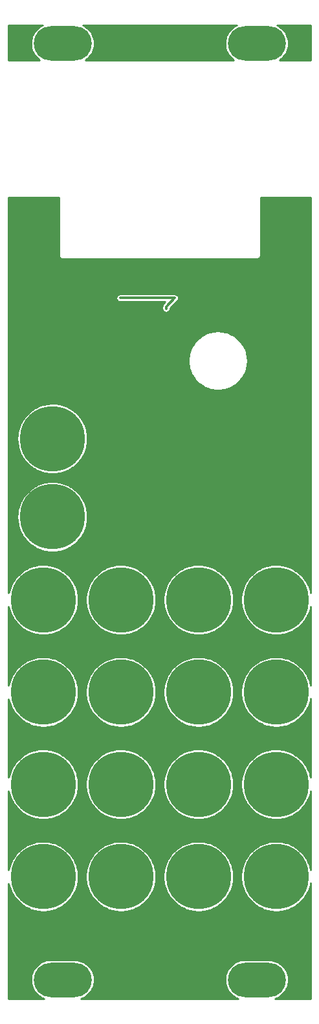
<source format=gbl>
G04 DipTrace 3.3.0.0*
G04 ESP_panel.GBL*
%MOIN*%
G04 #@! TF.FileFunction,Copper,L2,Bot*
G04 #@! TF.Part,Single*
G04 #@! TA.AperFunction,Conductor*
%ADD16C,0.012*%
G04 #@! TA.AperFunction,CopperBalancing*
%ADD17C,0.01*%
G04 #@! TA.AperFunction,ComponentPad*
%ADD21C,0.334646*%
%ADD22O,0.299213X0.177165*%
%FSLAX26Y26*%
G04*
G70*
G90*
G75*
G01*
G04 Bottom*
%LPD*%
X989425Y4023361D2*
D16*
X1270800D1*
X1225979Y3978541D1*
Y3968580D1*
X416000Y5419079D2*
D17*
X571978D1*
X814643D2*
X1571978D1*
X1814643D2*
X1970807D1*
X416000Y5409210D2*
X559986D1*
X826615D2*
X1559986D1*
X1826615D2*
X1970807D1*
X416000Y5399341D2*
X550963D1*
X835658D2*
X1550963D1*
X1835658D2*
X1970807D1*
X416000Y5389472D2*
X543951D1*
X842670D2*
X1543951D1*
X1842670D2*
X1970807D1*
X416000Y5379604D2*
X538521D1*
X848100D2*
X1538521D1*
X1848100D2*
X1970807D1*
X416000Y5369735D2*
X534381D1*
X852240D2*
X1534381D1*
X1852240D2*
X1970807D1*
X416000Y5359866D2*
X531373D1*
X855248D2*
X1531373D1*
X1855248D2*
X1970807D1*
X416000Y5349997D2*
X529420D1*
X857201D2*
X1529420D1*
X1857201D2*
X1970807D1*
X416000Y5340129D2*
X528443D1*
X858178D2*
X1528443D1*
X1858178D2*
X1970807D1*
X416000Y5330260D2*
X528404D1*
X858217D2*
X1528404D1*
X1858217D2*
X1970807D1*
X416000Y5320391D2*
X529322D1*
X857299D2*
X1529322D1*
X1857299D2*
X1970807D1*
X416000Y5310522D2*
X531236D1*
X855385D2*
X1531236D1*
X1855385D2*
X1970807D1*
X416000Y5300654D2*
X534166D1*
X852455D2*
X1534166D1*
X1852455D2*
X1970807D1*
X416000Y5290785D2*
X538228D1*
X848393D2*
X1538228D1*
X1848393D2*
X1970807D1*
X416000Y5280916D2*
X543580D1*
X843041D2*
X1543580D1*
X1843041D2*
X1970807D1*
X416000Y5271047D2*
X550475D1*
X836146D2*
X1550475D1*
X1836146D2*
X1970807D1*
X416000Y5261178D2*
X559381D1*
X827240D2*
X1559381D1*
X1827240D2*
X1970807D1*
X416000Y5251310D2*
X571119D1*
X815502D2*
X1571119D1*
X1815502D2*
X1970807D1*
X416000Y4530890D2*
X672408D1*
X1714408D2*
X1970807D1*
X416000Y4521021D2*
X672408D1*
X1714408D2*
X1970807D1*
X416000Y4511152D2*
X672408D1*
X1714408D2*
X1970807D1*
X416000Y4501283D2*
X672408D1*
X1714408D2*
X1970807D1*
X416000Y4491415D2*
X672408D1*
X1714408D2*
X1970807D1*
X416000Y4481546D2*
X672408D1*
X1714408D2*
X1970807D1*
X416000Y4471677D2*
X672408D1*
X1714408D2*
X1970807D1*
X416000Y4461808D2*
X672408D1*
X1714408D2*
X1970807D1*
X416000Y4451940D2*
X672408D1*
X1714408D2*
X1970807D1*
X416000Y4442071D2*
X672408D1*
X1714408D2*
X1970807D1*
X416000Y4432202D2*
X672408D1*
X1714408D2*
X1970807D1*
X416000Y4422333D2*
X672408D1*
X1714408D2*
X1970807D1*
X416000Y4412465D2*
X672408D1*
X1714408D2*
X1970807D1*
X416000Y4402596D2*
X672408D1*
X1714408D2*
X1970807D1*
X416000Y4392727D2*
X672408D1*
X1714408D2*
X1970807D1*
X416000Y4382858D2*
X672408D1*
X1714408D2*
X1970807D1*
X416000Y4372990D2*
X672408D1*
X1714408D2*
X1970807D1*
X416000Y4363121D2*
X672408D1*
X1714408D2*
X1970807D1*
X416000Y4353252D2*
X672408D1*
X1714408D2*
X1970807D1*
X416000Y4343383D2*
X672408D1*
X1714408D2*
X1970807D1*
X416000Y4333514D2*
X672408D1*
X1714408D2*
X1970807D1*
X416000Y4323646D2*
X672408D1*
X1714408D2*
X1970807D1*
X416000Y4313777D2*
X672408D1*
X1714408D2*
X1970807D1*
X416000Y4303908D2*
X672408D1*
X1714408D2*
X1970807D1*
X416000Y4294039D2*
X672408D1*
X1714408D2*
X1970807D1*
X416000Y4284171D2*
X672408D1*
X1714408D2*
X1970807D1*
X416000Y4274302D2*
X672408D1*
X1714408D2*
X1970807D1*
X416000Y4264433D2*
X672408D1*
X1714408D2*
X1970807D1*
X416000Y4254564D2*
X672408D1*
X1714408D2*
X1970807D1*
X416000Y4244696D2*
X672408D1*
X1714408D2*
X1970807D1*
X416000Y4234827D2*
X674596D1*
X1712201D2*
X1970807D1*
X416000Y4224958D2*
X686119D1*
X1700678D2*
X1970807D1*
X416000Y4215089D2*
X1970807D1*
X416000Y4205220D2*
X1970807D1*
X416000Y4195352D2*
X1970807D1*
X416000Y4185483D2*
X1970807D1*
X416000Y4175614D2*
X1970807D1*
X416000Y4165745D2*
X1970807D1*
X416000Y4155877D2*
X1970807D1*
X416000Y4146008D2*
X1970807D1*
X416000Y4136139D2*
X1970807D1*
X416000Y4126270D2*
X1970807D1*
X416000Y4116402D2*
X1970807D1*
X416000Y4106533D2*
X1970807D1*
X416000Y4096664D2*
X1970807D1*
X416000Y4086795D2*
X1970807D1*
X416000Y4076927D2*
X1970807D1*
X416000Y4067058D2*
X1970807D1*
X416000Y4057189D2*
X1970807D1*
X416000Y4047320D2*
X1970807D1*
X416000Y4037451D2*
X973678D1*
X1286557D2*
X1970807D1*
X416000Y4027583D2*
X968463D1*
X1291752D2*
X1970807D1*
X416000Y4017714D2*
X968814D1*
X1291400D2*
X1970807D1*
X416000Y4007845D2*
X975182D1*
X1285131D2*
X1970807D1*
X416000Y3997976D2*
X1215572D1*
X1275268D2*
X1970807D1*
X416000Y3988108D2*
X1206959D1*
X1265404D2*
X1970807D1*
X416000Y3978239D2*
X1204576D1*
X1255521D2*
X1970807D1*
X416000Y3968370D2*
X1204576D1*
X1247377D2*
X1970807D1*
X416000Y3958501D2*
X1207252D1*
X1244721D2*
X1970807D1*
X416000Y3948633D2*
X1220709D1*
X1231244D2*
X1970807D1*
X416000Y3938764D2*
X1970807D1*
X416000Y3928895D2*
X1970807D1*
X416000Y3919026D2*
X1970807D1*
X416000Y3909157D2*
X1970807D1*
X416000Y3899289D2*
X1970807D1*
X416000Y3889420D2*
X1970807D1*
X416000Y3879551D2*
X1970807D1*
X416000Y3869682D2*
X1970807D1*
X416000Y3859814D2*
X1970807D1*
X416000Y3849945D2*
X1462174D1*
X1524623D2*
X1970807D1*
X416000Y3840076D2*
X1430982D1*
X1555814D2*
X1970807D1*
X416000Y3830207D2*
X1412174D1*
X1574623D2*
X1970807D1*
X416000Y3820339D2*
X1398033D1*
X1588764D2*
X1970807D1*
X416000Y3810470D2*
X1386666D1*
X1600131D2*
X1970807D1*
X416000Y3800601D2*
X1377252D1*
X1609545D2*
X1970807D1*
X416000Y3790732D2*
X1369342D1*
X1617455D2*
X1970807D1*
X416000Y3780864D2*
X1362662D1*
X1624135D2*
X1970807D1*
X416000Y3770995D2*
X1357018D1*
X1629779D2*
X1970807D1*
X416000Y3761126D2*
X1352311D1*
X1634486D2*
X1970807D1*
X416000Y3751257D2*
X1348424D1*
X1638393D2*
X1970807D1*
X416000Y3741388D2*
X1345299D1*
X1641518D2*
X1970807D1*
X416000Y3731520D2*
X1342877D1*
X1643920D2*
X1970807D1*
X416000Y3721651D2*
X1341139D1*
X1645658D2*
X1970807D1*
X416000Y3711782D2*
X1340064D1*
X1646732D2*
X1970807D1*
X416000Y3701913D2*
X1339635D1*
X1647162D2*
X1970807D1*
X416000Y3692045D2*
X1339850D1*
X1646947D2*
X1970807D1*
X416000Y3682176D2*
X1340689D1*
X1646107D2*
X1970807D1*
X416000Y3672307D2*
X1342193D1*
X1644603D2*
X1970807D1*
X416000Y3662438D2*
X1344361D1*
X1642436D2*
X1970807D1*
X416000Y3652570D2*
X1347252D1*
X1639564D2*
X1970807D1*
X416000Y3642701D2*
X1350865D1*
X1635932D2*
X1970807D1*
X416000Y3632832D2*
X1355279D1*
X1631518D2*
X1970807D1*
X416000Y3622963D2*
X1360592D1*
X1626205D2*
X1970807D1*
X416000Y3613095D2*
X1366900D1*
X1619896D2*
X1970807D1*
X416000Y3603226D2*
X1374361D1*
X1612455D2*
X1970807D1*
X416000Y3593357D2*
X1383209D1*
X1603588D2*
X1970807D1*
X416000Y3583488D2*
X1393814D1*
X1592982D2*
X1970807D1*
X416000Y3573619D2*
X1406861D1*
X1579936D2*
X1970807D1*
X416000Y3563751D2*
X1423697D1*
X1563100D2*
X1970807D1*
X416000Y3553882D2*
X1448463D1*
X1538334D2*
X1970807D1*
X416000Y3544013D2*
X1970807D1*
X416000Y3534144D2*
X1970807D1*
X416000Y3524276D2*
X1970807D1*
X416000Y3514407D2*
X1970807D1*
X416000Y3504538D2*
X1970807D1*
X416000Y3494669D2*
X1970807D1*
X416000Y3484801D2*
X1970807D1*
X416000Y3474932D2*
X595182D1*
X686225D2*
X1970807D1*
X416000Y3465063D2*
X566471D1*
X714936D2*
X1970807D1*
X416000Y3455194D2*
X547252D1*
X734154D2*
X1970807D1*
X416000Y3445325D2*
X532291D1*
X749115D2*
X1970807D1*
X416000Y3435457D2*
X519967D1*
X761420D2*
X1970807D1*
X416000Y3425588D2*
X509576D1*
X771830D2*
X1970807D1*
X416000Y3415719D2*
X500631D1*
X780775D2*
X1970807D1*
X416000Y3405850D2*
X492896D1*
X788510D2*
X1970807D1*
X416000Y3395982D2*
X486178D1*
X795228D2*
X1970807D1*
X416000Y3386113D2*
X480357D1*
X801049D2*
X1970807D1*
X416000Y3376244D2*
X475338D1*
X806068D2*
X1970807D1*
X416000Y3366375D2*
X471021D1*
X810365D2*
X1970807D1*
X416000Y3356507D2*
X467408D1*
X813998D2*
X1970807D1*
X416000Y3346638D2*
X464400D1*
X817006D2*
X1970807D1*
X416000Y3336769D2*
X461998D1*
X819408D2*
X1970807D1*
X416000Y3326900D2*
X460162D1*
X821225D2*
X1970807D1*
X416000Y3317032D2*
X458893D1*
X822494D2*
X1970807D1*
X416000Y3307163D2*
X458170D1*
X823236D2*
X1970807D1*
X416000Y3297294D2*
X457975D1*
X823412D2*
X1970807D1*
X416000Y3287425D2*
X458326D1*
X823061D2*
X1970807D1*
X416000Y3277556D2*
X459225D1*
X822182D2*
X1970807D1*
X416000Y3267688D2*
X460650D1*
X820756D2*
X1970807D1*
X416000Y3257819D2*
X462643D1*
X818764D2*
X1970807D1*
X416000Y3247950D2*
X465221D1*
X816186D2*
X1970807D1*
X416000Y3238081D2*
X468404D1*
X813002D2*
X1970807D1*
X416000Y3228213D2*
X472232D1*
X809174D2*
X1970807D1*
X416000Y3218344D2*
X476725D1*
X804662D2*
X1970807D1*
X416000Y3208475D2*
X481978D1*
X799408D2*
X1970807D1*
X416000Y3198606D2*
X488053D1*
X793334D2*
X1970807D1*
X416000Y3188738D2*
X495064D1*
X786342D2*
X1970807D1*
X416000Y3178869D2*
X503131D1*
X778275D2*
X1970807D1*
X416000Y3169000D2*
X512467D1*
X768939D2*
X1970807D1*
X416000Y3159131D2*
X523385D1*
X758021D2*
X1970807D1*
X416000Y3149262D2*
X536373D1*
X745033D2*
X1970807D1*
X416000Y3139394D2*
X552350D1*
X729057D2*
X1970807D1*
X416000Y3129525D2*
X573463D1*
X707924D2*
X1970807D1*
X416000Y3119656D2*
X608893D1*
X672514D2*
X1970807D1*
X416000Y3109787D2*
X1970807D1*
X416000Y3099919D2*
X1970807D1*
X416000Y3090050D2*
X1970807D1*
X416000Y3080181D2*
X1970807D1*
X416000Y3070312D2*
X588170D1*
X693217D2*
X1970807D1*
X416000Y3060444D2*
X562252D1*
X719135D2*
X1970807D1*
X416000Y3050575D2*
X544068D1*
X737318D2*
X1970807D1*
X416000Y3040706D2*
X529713D1*
X751693D2*
X1970807D1*
X416000Y3030837D2*
X517818D1*
X763588D2*
X1970807D1*
X416000Y3020969D2*
X507721D1*
X773686D2*
X1970807D1*
X416000Y3011100D2*
X499029D1*
X782357D2*
X1970807D1*
X416000Y3001231D2*
X491510D1*
X789896D2*
X1970807D1*
X416000Y2991362D2*
X484986D1*
X796420D2*
X1970807D1*
X416000Y2981493D2*
X479322D1*
X802084D2*
X1970807D1*
X416000Y2971625D2*
X474439D1*
X806967D2*
X1970807D1*
X416000Y2961756D2*
X470279D1*
X811127D2*
X1970807D1*
X416000Y2951887D2*
X466764D1*
X814623D2*
X1970807D1*
X416000Y2942018D2*
X463893D1*
X817514D2*
X1970807D1*
X416000Y2932150D2*
X461607D1*
X819799D2*
X1970807D1*
X416000Y2922281D2*
X459889D1*
X821518D2*
X1970807D1*
X416000Y2912412D2*
X458717D1*
X822689D2*
X1970807D1*
X416000Y2902543D2*
X458092D1*
X823314D2*
X1970807D1*
X416000Y2892675D2*
X458014D1*
X823393D2*
X1970807D1*
X416000Y2882806D2*
X458463D1*
X822943D2*
X1970807D1*
X416000Y2872937D2*
X459459D1*
X821947D2*
X1970807D1*
X416000Y2863068D2*
X461002D1*
X820404D2*
X1970807D1*
X416000Y2853199D2*
X463092D1*
X818295D2*
X1970807D1*
X416000Y2843331D2*
X465787D1*
X815600D2*
X1970807D1*
X416000Y2833462D2*
X469088D1*
X812299D2*
X1970807D1*
X416000Y2823593D2*
X473053D1*
X808353D2*
X1970807D1*
X416000Y2813724D2*
X477701D1*
X803705D2*
X1970807D1*
X416000Y2803856D2*
X483092D1*
X798295D2*
X1970807D1*
X416000Y2793987D2*
X489342D1*
X792064D2*
X1970807D1*
X416000Y2784118D2*
X496549D1*
X784857D2*
X1970807D1*
X416000Y2774249D2*
X504830D1*
X776557D2*
X1970807D1*
X416000Y2764381D2*
X514459D1*
X766947D2*
X1970807D1*
X416000Y2754512D2*
X525728D1*
X755678D2*
X1970807D1*
X416000Y2744643D2*
X539205D1*
X742201D2*
X1970807D1*
X416000Y2734774D2*
X555943D1*
X725443D2*
X1970807D1*
X416000Y2724906D2*
X578600D1*
X702807D2*
X1970807D1*
X416000Y2715037D2*
X623619D1*
X657768D2*
X1970807D1*
X416000Y2705168D2*
X1970807D1*
X416000Y2695299D2*
X1970807D1*
X416000Y2685430D2*
X1970807D1*
X416000Y2675562D2*
X1970807D1*
X416000Y2665693D2*
X1970807D1*
X416000Y2655824D2*
X1970807D1*
X416000Y2645955D2*
X551275D1*
X635521D2*
X951275D1*
X1035521D2*
X1351275D1*
X1435521D2*
X1751275D1*
X1835521D2*
X1970807D1*
X416000Y2636087D2*
X521080D1*
X665736D2*
X921080D1*
X1065736D2*
X1321080D1*
X1465736D2*
X1721080D1*
X1865736D2*
X1970807D1*
X416000Y2626218D2*
X501353D1*
X685443D2*
X901353D1*
X1085443D2*
X1301353D1*
X1485443D2*
X1701353D1*
X1885443D2*
X1970807D1*
X416000Y2616349D2*
X486119D1*
X700678D2*
X886119D1*
X1100678D2*
X1286119D1*
X1500678D2*
X1686119D1*
X1900678D2*
X1970807D1*
X416000Y2606480D2*
X473619D1*
X713178D2*
X873619D1*
X1113178D2*
X1273619D1*
X1513178D2*
X1673619D1*
X1913178D2*
X1970807D1*
X416000Y2596612D2*
X463072D1*
X723725D2*
X863072D1*
X1123725D2*
X1263072D1*
X1523725D2*
X1663072D1*
X1923725D2*
X1970807D1*
X416000Y2586743D2*
X454029D1*
X732768D2*
X854029D1*
X1132768D2*
X1254029D1*
X1532768D2*
X1654029D1*
X1932768D2*
X1970807D1*
X416000Y2576874D2*
X446197D1*
X740600D2*
X846197D1*
X1140600D2*
X1246197D1*
X1540600D2*
X1646197D1*
X1940600D2*
X1970807D1*
X416000Y2567005D2*
X439400D1*
X747396D2*
X839400D1*
X1147396D2*
X1239400D1*
X1547396D2*
X1639400D1*
X1947396D2*
X1970807D1*
X416000Y2557136D2*
X433502D1*
X753295D2*
X833502D1*
X1153295D2*
X1233502D1*
X1553295D2*
X1633502D1*
X1953295D2*
X1970807D1*
X416000Y2547268D2*
X428424D1*
X758373D2*
X828424D1*
X1158373D2*
X1228424D1*
X1558373D2*
X1628424D1*
X1958373D2*
X1970807D1*
X416000Y2537399D2*
X424068D1*
X762728D2*
X824068D1*
X1162728D2*
X1224068D1*
X1562728D2*
X1624068D1*
X1962728D2*
X1970807D1*
X416000Y2527530D2*
X420377D1*
X766420D2*
X820377D1*
X1166420D2*
X1220377D1*
X1566420D2*
X1620377D1*
X1966420D2*
X1970800D1*
X769467Y2517661D2*
X817330D1*
X1169467D2*
X1217330D1*
X1569467D2*
X1617330D1*
X771928Y2507793D2*
X814869D1*
X1171928D2*
X1214869D1*
X1571928D2*
X1614869D1*
X773803Y2497924D2*
X812994D1*
X1173803D2*
X1212994D1*
X1573803D2*
X1612994D1*
X775111Y2488055D2*
X811686D1*
X1175111D2*
X1211686D1*
X1575111D2*
X1611686D1*
X775893Y2478186D2*
X810904D1*
X1175893D2*
X1210904D1*
X1575893D2*
X1610904D1*
X776127Y2468318D2*
X810670D1*
X1176127D2*
X1210670D1*
X1576127D2*
X1610670D1*
X775814Y2458449D2*
X810982D1*
X1175814D2*
X1210982D1*
X1575814D2*
X1610982D1*
X774975Y2448580D2*
X811822D1*
X1174975D2*
X1211822D1*
X1574975D2*
X1611822D1*
X773588Y2438711D2*
X813209D1*
X1173588D2*
X1213209D1*
X1573588D2*
X1613209D1*
X771635Y2428843D2*
X815162D1*
X1171635D2*
X1215162D1*
X1571635D2*
X1615162D1*
X769115Y2418974D2*
X817682D1*
X1169115D2*
X1217682D1*
X1569115D2*
X1617682D1*
X416000Y2409105D2*
X420807D1*
X765990D2*
X820807D1*
X1165990D2*
X1220807D1*
X1565990D2*
X1620807D1*
X1965990D2*
X1970807D1*
X416000Y2399236D2*
X424576D1*
X762221D2*
X824576D1*
X1162221D2*
X1224576D1*
X1562221D2*
X1624576D1*
X1962221D2*
X1970807D1*
X416000Y2389367D2*
X429029D1*
X757768D2*
X829029D1*
X1157768D2*
X1229029D1*
X1557768D2*
X1629029D1*
X1957768D2*
X1970807D1*
X416000Y2379499D2*
X434225D1*
X752592D2*
X834225D1*
X1152592D2*
X1234225D1*
X1552592D2*
X1634225D1*
X1952592D2*
X1970807D1*
X416000Y2369630D2*
X440221D1*
X746576D2*
X840221D1*
X1146576D2*
X1240221D1*
X1546576D2*
X1640221D1*
X1946576D2*
X1970807D1*
X416000Y2359761D2*
X447135D1*
X739662D2*
X847135D1*
X1139662D2*
X1247135D1*
X1539662D2*
X1647135D1*
X1939662D2*
X1970807D1*
X416000Y2349892D2*
X455103D1*
X731693D2*
X855103D1*
X1131693D2*
X1255103D1*
X1531693D2*
X1655103D1*
X1931693D2*
X1970807D1*
X416000Y2340024D2*
X464322D1*
X722475D2*
X864322D1*
X1122475D2*
X1264322D1*
X1522475D2*
X1664322D1*
X1922475D2*
X1970807D1*
X416000Y2330155D2*
X475103D1*
X711693D2*
X875103D1*
X1111693D2*
X1275103D1*
X1511693D2*
X1675103D1*
X1911693D2*
X1970807D1*
X416000Y2320286D2*
X487896D1*
X698920D2*
X887896D1*
X1098920D2*
X1287896D1*
X1498920D2*
X1687896D1*
X1898920D2*
X1970807D1*
X416000Y2310417D2*
X503561D1*
X683236D2*
X903561D1*
X1083236D2*
X1303561D1*
X1483236D2*
X1703561D1*
X1883236D2*
X1970807D1*
X416000Y2300549D2*
X524107D1*
X662709D2*
X924107D1*
X1062709D2*
X1324107D1*
X1462709D2*
X1724107D1*
X1862709D2*
X1970807D1*
X416000Y2290680D2*
X557135D1*
X629662D2*
X957135D1*
X1029662D2*
X1357135D1*
X1429662D2*
X1757135D1*
X1829662D2*
X1970807D1*
X416000Y2280811D2*
X1970807D1*
X416000Y2270942D2*
X1970807D1*
X416000Y2261074D2*
X1970807D1*
X416000Y2251205D2*
X1970807D1*
X416000Y2241336D2*
X1970807D1*
X416000Y2231467D2*
X1970807D1*
X416000Y2221598D2*
X1970807D1*
X416000Y2211730D2*
X1970807D1*
X416000Y2201861D2*
X1970807D1*
X416000Y2191992D2*
X1970807D1*
X416000Y2182123D2*
X1970807D1*
X416000Y2172255D2*
X556978D1*
X629643D2*
X957330D1*
X1029467D2*
X1357330D1*
X1429467D2*
X1756978D1*
X1829643D2*
X1970807D1*
X416000Y2162386D2*
X523990D1*
X662650D2*
X924205D1*
X1062611D2*
X1324205D1*
X1462611D2*
X1723971D1*
X1862631D2*
X1970807D1*
X416000Y2152517D2*
X503463D1*
X683178D2*
X903639D1*
X1083158D2*
X1303639D1*
X1483158D2*
X1703443D1*
X1883158D2*
X1970807D1*
X416000Y2142648D2*
X487779D1*
X698842D2*
X887936D1*
X1098861D2*
X1287936D1*
X1498861D2*
X1687779D1*
X1898842D2*
X1970807D1*
X416000Y2132780D2*
X475006D1*
X711635D2*
X875143D1*
X1111654D2*
X1275143D1*
X1511654D2*
X1674986D1*
X1911615D2*
X1970807D1*
X416000Y2122911D2*
X464225D1*
X722396D2*
X864361D1*
X1122436D2*
X1264361D1*
X1522436D2*
X1664225D1*
X1922396D2*
X1970807D1*
X416000Y2113042D2*
X455006D1*
X731615D2*
X855143D1*
X1131654D2*
X1255143D1*
X1531654D2*
X1655006D1*
X1931615D2*
X1970807D1*
X416000Y2103173D2*
X447037D1*
X739584D2*
X847174D1*
X1139643D2*
X1247174D1*
X1539643D2*
X1647037D1*
X1939584D2*
X1970807D1*
X416000Y2093304D2*
X440123D1*
X746498D2*
X840240D1*
X1146557D2*
X1240240D1*
X1546557D2*
X1640123D1*
X1946498D2*
X1970807D1*
X416000Y2083436D2*
X434127D1*
X752514D2*
X834244D1*
X1152553D2*
X1234244D1*
X1552553D2*
X1634107D1*
X1952494D2*
X1970807D1*
X416000Y2073567D2*
X428932D1*
X757689D2*
X829049D1*
X1157748D2*
X1229049D1*
X1557748D2*
X1628932D1*
X1957689D2*
X1970807D1*
X416000Y2063698D2*
X424498D1*
X762143D2*
X824596D1*
X1162201D2*
X1224596D1*
X1562201D2*
X1624478D1*
X1962123D2*
X1970807D1*
X416000Y2053829D2*
X420728D1*
X765912D2*
X820826D1*
X1165971D2*
X1220826D1*
X1565971D2*
X1620709D1*
X1965893D2*
X1970807D1*
X769037Y2043961D2*
X817701D1*
X1169096D2*
X1217701D1*
X1569096D2*
X1617584D1*
X771557Y2034092D2*
X815162D1*
X1171635D2*
X1215162D1*
X1571635D2*
X1615064D1*
X773510Y2024223D2*
X813209D1*
X1173588D2*
X1213209D1*
X1573588D2*
X1613111D1*
X774896Y2014354D2*
X811822D1*
X1174975D2*
X1211822D1*
X1574975D2*
X1611725D1*
X775736Y2004486D2*
X810982D1*
X1175814D2*
X1210982D1*
X1575814D2*
X1610885D1*
X776029Y1994617D2*
X810670D1*
X1176127D2*
X1210670D1*
X1576127D2*
X1610592D1*
X775795Y1984748D2*
X810904D1*
X1175893D2*
X1210904D1*
X1575893D2*
X1610826D1*
X775033Y1974879D2*
X811686D1*
X1175111D2*
X1211686D1*
X1575111D2*
X1611588D1*
X773705Y1965011D2*
X812994D1*
X1173803D2*
X1212994D1*
X1573803D2*
X1612916D1*
X771830Y1955142D2*
X814869D1*
X1171928D2*
X1214869D1*
X1571928D2*
X1614791D1*
X769389Y1945273D2*
X817311D1*
X1169486D2*
X1217311D1*
X1569486D2*
X1617232D1*
X416000Y1935404D2*
X420299D1*
X766322D2*
X820357D1*
X1166439D2*
X1220357D1*
X1566439D2*
X1620279D1*
X1966322D2*
X1970806D1*
X416000Y1925535D2*
X423990D1*
X762650D2*
X824049D1*
X1162748D2*
X1224049D1*
X1562748D2*
X1623971D1*
X1962631D2*
X1970807D1*
X416000Y1915667D2*
X428346D1*
X758295D2*
X828404D1*
X1158393D2*
X1228404D1*
X1558393D2*
X1628326D1*
X1958275D2*
X1970807D1*
X416000Y1905798D2*
X433424D1*
X753197D2*
X833482D1*
X1153314D2*
X1233482D1*
X1553314D2*
X1633424D1*
X1953178D2*
X1970807D1*
X416000Y1895929D2*
X439322D1*
X747299D2*
X839381D1*
X1147416D2*
X1239381D1*
X1547416D2*
X1639322D1*
X1947299D2*
X1970807D1*
X416000Y1886060D2*
X446119D1*
X740502D2*
X846178D1*
X1140639D2*
X1246178D1*
X1540639D2*
X1646119D1*
X1940502D2*
X1970807D1*
X416000Y1876192D2*
X453951D1*
X732670D2*
X853990D1*
X1132807D2*
X1253990D1*
X1532807D2*
X1653932D1*
X1932670D2*
X1970807D1*
X416000Y1866323D2*
X462994D1*
X723627D2*
X863033D1*
X1123764D2*
X1263033D1*
X1523764D2*
X1662994D1*
X1923607D2*
X1970807D1*
X416000Y1856454D2*
X473561D1*
X713080D2*
X873580D1*
X1113217D2*
X1273580D1*
X1513217D2*
X1673541D1*
X1913061D2*
X1970807D1*
X416000Y1846585D2*
X486041D1*
X700580D2*
X886061D1*
X1100736D2*
X1286061D1*
X1500736D2*
X1686041D1*
X1900561D2*
X1970807D1*
X416000Y1836717D2*
X501295D1*
X685346D2*
X901295D1*
X1085521D2*
X1301295D1*
X1485521D2*
X1701275D1*
X1885326D2*
X1970807D1*
X416000Y1826848D2*
X521021D1*
X665619D2*
X920982D1*
X1065814D2*
X1320982D1*
X1465814D2*
X1721002D1*
X1865600D2*
X1970807D1*
X416000Y1816979D2*
X551236D1*
X635385D2*
X951100D1*
X1035697D2*
X1351100D1*
X1435697D2*
X1751236D1*
X1835365D2*
X1970807D1*
X416000Y1807110D2*
X1970807D1*
X416000Y1797241D2*
X1970807D1*
X416000Y1787373D2*
X1970807D1*
X416000Y1777504D2*
X1970807D1*
X416000Y1767635D2*
X1970807D1*
X416000Y1757766D2*
X1970807D1*
X416000Y1747898D2*
X1970807D1*
X416000Y1738029D2*
X1970807D1*
X416000Y1728160D2*
X1970807D1*
X416000Y1718291D2*
X1970807D1*
X416000Y1708423D2*
X1970807D1*
X416000Y1698554D2*
X564322D1*
X622299D2*
X964322D1*
X1022299D2*
X1364322D1*
X1422299D2*
X1764322D1*
X1822299D2*
X1970807D1*
X416000Y1688685D2*
X527271D1*
X659350D2*
X927271D1*
X1059350D2*
X1327271D1*
X1459350D2*
X1727271D1*
X1859350D2*
X1970807D1*
X416000Y1678816D2*
X505807D1*
X680814D2*
X905807D1*
X1080814D2*
X1305807D1*
X1480814D2*
X1705807D1*
X1880814D2*
X1970807D1*
X416000Y1668948D2*
X489654D1*
X696967D2*
X889654D1*
X1096967D2*
X1289654D1*
X1496967D2*
X1689654D1*
X1896967D2*
X1970807D1*
X416000Y1659079D2*
X476549D1*
X710072D2*
X876549D1*
X1110072D2*
X1276549D1*
X1510072D2*
X1676549D1*
X1910072D2*
X1970807D1*
X416000Y1649210D2*
X465553D1*
X721068D2*
X865553D1*
X1121068D2*
X1265553D1*
X1521068D2*
X1665553D1*
X1921068D2*
X1970807D1*
X416000Y1639341D2*
X456139D1*
X730482D2*
X856139D1*
X1130482D2*
X1256139D1*
X1530482D2*
X1656139D1*
X1930482D2*
X1970807D1*
X416000Y1629472D2*
X448014D1*
X738588D2*
X848014D1*
X1138588D2*
X1248014D1*
X1538607D2*
X1648014D1*
X1938588D2*
X1970807D1*
X416000Y1619604D2*
X440982D1*
X745639D2*
X840982D1*
X1145639D2*
X1240982D1*
X1545639D2*
X1640982D1*
X1945639D2*
X1970807D1*
X416000Y1609735D2*
X434869D1*
X751752D2*
X834869D1*
X1151752D2*
X1234869D1*
X1551752D2*
X1634869D1*
X1951752D2*
X1970807D1*
X416000Y1599866D2*
X429576D1*
X757045D2*
X829576D1*
X1157045D2*
X1229576D1*
X1557045D2*
X1629576D1*
X1957045D2*
X1970807D1*
X416000Y1589997D2*
X425025D1*
X761596D2*
X825025D1*
X1161596D2*
X1225025D1*
X1561596D2*
X1625025D1*
X1961596D2*
X1970807D1*
X416000Y1580129D2*
X421178D1*
X765443D2*
X821178D1*
X1165443D2*
X1221178D1*
X1565443D2*
X1621178D1*
X1965443D2*
X1970807D1*
X768646Y1570260D2*
X817975D1*
X1168646D2*
X1217975D1*
X1568646D2*
X1617975D1*
X771264Y1560391D2*
X815357D1*
X1171264D2*
X1215357D1*
X1571264D2*
X1615357D1*
X773275Y1550522D2*
X813346D1*
X1173275D2*
X1213346D1*
X1573275D2*
X1613346D1*
X774740Y1540654D2*
X811881D1*
X1174740D2*
X1211881D1*
X1574740D2*
X1611881D1*
X775658Y1530785D2*
X810963D1*
X1175658D2*
X1210963D1*
X1575658D2*
X1610963D1*
X776029Y1520916D2*
X810592D1*
X1176029D2*
X1210592D1*
X1576029D2*
X1610592D1*
X775853Y1511047D2*
X810768D1*
X1175853D2*
X1210768D1*
X1575853D2*
X1610768D1*
X775150Y1501178D2*
X811471D1*
X1175150D2*
X1211471D1*
X1575150D2*
X1611471D1*
X773920Y1491310D2*
X812701D1*
X1173920D2*
X1212701D1*
X1573920D2*
X1612701D1*
X772103Y1481441D2*
X814518D1*
X1172103D2*
X1214518D1*
X1572103D2*
X1614518D1*
X769740Y1471572D2*
X816881D1*
X1169740D2*
X1216881D1*
X1569740D2*
X1616881D1*
X416000Y1461703D2*
X419850D1*
X766771D2*
X819850D1*
X1166771D2*
X1219850D1*
X1566771D2*
X1619850D1*
X1966771D2*
X1970810D1*
X416000Y1451835D2*
X423463D1*
X763158D2*
X823463D1*
X1163158D2*
X1223463D1*
X1563158D2*
X1623463D1*
X1963158D2*
X1970807D1*
X416000Y1441966D2*
X427721D1*
X758900D2*
X827721D1*
X1158900D2*
X1227721D1*
X1558900D2*
X1627721D1*
X1958900D2*
X1970807D1*
X416000Y1432097D2*
X432721D1*
X753900D2*
X832721D1*
X1153900D2*
X1232721D1*
X1553900D2*
X1632721D1*
X1953900D2*
X1970807D1*
X416000Y1422228D2*
X438502D1*
X748119D2*
X838502D1*
X1148119D2*
X1238502D1*
X1548119D2*
X1638502D1*
X1948119D2*
X1970807D1*
X416000Y1412360D2*
X445162D1*
X741459D2*
X845162D1*
X1141459D2*
X1245162D1*
X1541459D2*
X1645162D1*
X1941459D2*
X1970807D1*
X416000Y1402491D2*
X452857D1*
X733764D2*
X852857D1*
X1133764D2*
X1252857D1*
X1533764D2*
X1652857D1*
X1933764D2*
X1970807D1*
X416000Y1392622D2*
X461725D1*
X724896D2*
X861725D1*
X1124896D2*
X1261725D1*
X1524896D2*
X1661725D1*
X1924896D2*
X1970807D1*
X416000Y1382753D2*
X472057D1*
X714564D2*
X872057D1*
X1114564D2*
X1272057D1*
X1514564D2*
X1672057D1*
X1914564D2*
X1970807D1*
X416000Y1372885D2*
X484264D1*
X702357D2*
X884264D1*
X1102357D2*
X1284264D1*
X1502357D2*
X1684264D1*
X1902357D2*
X1970807D1*
X416000Y1363016D2*
X499068D1*
X687533D2*
X899068D1*
X1087533D2*
X1299088D1*
X1487533D2*
X1699068D1*
X1887533D2*
X1970807D1*
X416000Y1353147D2*
X518033D1*
X668588D2*
X918033D1*
X1068588D2*
X1318033D1*
X1468588D2*
X1718033D1*
X1868588D2*
X1970807D1*
X416000Y1343278D2*
X546002D1*
X640619D2*
X946002D1*
X1040619D2*
X1346002D1*
X1440619D2*
X1746002D1*
X1840619D2*
X1970807D1*
X416000Y1333409D2*
X1970807D1*
X416000Y1323541D2*
X1970807D1*
X416000Y1313672D2*
X1970807D1*
X416000Y1303803D2*
X1970807D1*
X416000Y1293934D2*
X1970807D1*
X416000Y1284066D2*
X1970807D1*
X416000Y1274197D2*
X1970807D1*
X416000Y1264328D2*
X1970807D1*
X416000Y1254459D2*
X1970807D1*
X416000Y1244591D2*
X1970807D1*
X416000Y1234722D2*
X1970807D1*
X416000Y1224853D2*
X574557D1*
X612064D2*
X974557D1*
X1012064D2*
X1374557D1*
X1412064D2*
X1774557D1*
X1812064D2*
X1970807D1*
X416000Y1214984D2*
X530768D1*
X655853D2*
X930768D1*
X1055853D2*
X1330768D1*
X1455853D2*
X1730768D1*
X1855853D2*
X1970807D1*
X416000Y1205116D2*
X508248D1*
X678353D2*
X908248D1*
X1078353D2*
X1308248D1*
X1478373D2*
X1708248D1*
X1878353D2*
X1970807D1*
X416000Y1195247D2*
X491568D1*
X695053D2*
X891568D1*
X1095053D2*
X1291568D1*
X1495053D2*
X1691568D1*
X1895053D2*
X1970807D1*
X416000Y1185378D2*
X478131D1*
X708490D2*
X878131D1*
X1108490D2*
X1278131D1*
X1508490D2*
X1678131D1*
X1908490D2*
X1970807D1*
X416000Y1175509D2*
X466900D1*
X719721D2*
X866900D1*
X1119721D2*
X1266900D1*
X1519721D2*
X1666900D1*
X1919721D2*
X1970807D1*
X416000Y1165640D2*
X457311D1*
X729311D2*
X857311D1*
X1129311D2*
X1257311D1*
X1529311D2*
X1657311D1*
X1929311D2*
X1970807D1*
X416000Y1155772D2*
X449029D1*
X737592D2*
X849029D1*
X1137592D2*
X1249029D1*
X1537592D2*
X1649029D1*
X1937592D2*
X1970807D1*
X416000Y1145903D2*
X441842D1*
X744779D2*
X841842D1*
X1144779D2*
X1241842D1*
X1544779D2*
X1641842D1*
X1944779D2*
X1970807D1*
X416000Y1136034D2*
X435611D1*
X751010D2*
X835611D1*
X1151010D2*
X1235611D1*
X1551010D2*
X1635611D1*
X1951010D2*
X1970807D1*
X416000Y1126165D2*
X430221D1*
X756400D2*
X830221D1*
X1156400D2*
X1230221D1*
X1556400D2*
X1630221D1*
X1956400D2*
X1970807D1*
X416000Y1116297D2*
X425592D1*
X761029D2*
X825592D1*
X1161029D2*
X1225592D1*
X1561029D2*
X1625592D1*
X1961029D2*
X1970807D1*
X416000Y1106428D2*
X421646D1*
X764975D2*
X821646D1*
X1164975D2*
X1221646D1*
X1564975D2*
X1621646D1*
X1964975D2*
X1970807D1*
X768256Y1096559D2*
X818346D1*
X1168256D2*
X1218346D1*
X1568275D2*
X1618346D1*
X770951Y1086690D2*
X815670D1*
X1170951D2*
X1215670D1*
X1570951D2*
X1615670D1*
X773041Y1076822D2*
X813580D1*
X1173041D2*
X1213580D1*
X1573041D2*
X1613580D1*
X774584Y1066953D2*
X812037D1*
X1174584D2*
X1212037D1*
X1574584D2*
X1612037D1*
X775561Y1057084D2*
X811061D1*
X1175561D2*
X1211061D1*
X1575561D2*
X1611061D1*
X776010Y1047215D2*
X810611D1*
X1176010D2*
X1210611D1*
X1576010D2*
X1610611D1*
X775912Y1037346D2*
X810709D1*
X1175912D2*
X1210709D1*
X1575912D2*
X1610709D1*
X775287Y1027478D2*
X811334D1*
X1175287D2*
X1211334D1*
X1575287D2*
X1611334D1*
X774115Y1017609D2*
X812506D1*
X1174115D2*
X1212506D1*
X1574115D2*
X1612506D1*
X772377Y1007740D2*
X814244D1*
X1172377D2*
X1214244D1*
X1572377D2*
X1614244D1*
X770072Y997871D2*
X816529D1*
X1170072D2*
X1216549D1*
X1570072D2*
X1616529D1*
X416000Y988003D2*
X419420D1*
X767182D2*
X819420D1*
X1167182D2*
X1219439D1*
X1567182D2*
X1619420D1*
X1967182D2*
X1970814D1*
X416000Y978134D2*
X422936D1*
X763666D2*
X822936D1*
X1163666D2*
X1222936D1*
X1563686D2*
X1622936D1*
X1963666D2*
X1970807D1*
X416000Y968265D2*
X427115D1*
X759506D2*
X827115D1*
X1159506D2*
X1227115D1*
X1559506D2*
X1627115D1*
X1959506D2*
X1970807D1*
X416000Y958396D2*
X432018D1*
X754603D2*
X832018D1*
X1154603D2*
X1232018D1*
X1554603D2*
X1632018D1*
X1954603D2*
X1970807D1*
X416000Y948528D2*
X437682D1*
X748939D2*
X837682D1*
X1148939D2*
X1237682D1*
X1548939D2*
X1637682D1*
X1948939D2*
X1970807D1*
X416000Y938659D2*
X444225D1*
X742377D2*
X844225D1*
X1142377D2*
X1244244D1*
X1542377D2*
X1644225D1*
X1942377D2*
X1970807D1*
X416000Y928790D2*
X451783D1*
X734838D2*
X851783D1*
X1134838D2*
X1251783D1*
X1534838D2*
X1651783D1*
X1934838D2*
X1970807D1*
X416000Y918921D2*
X460475D1*
X726146D2*
X860475D1*
X1126146D2*
X1260475D1*
X1526146D2*
X1660475D1*
X1926146D2*
X1970807D1*
X416000Y909053D2*
X470611D1*
X716010D2*
X870611D1*
X1116010D2*
X1270611D1*
X1516010D2*
X1670611D1*
X1916010D2*
X1970807D1*
X416000Y899184D2*
X482525D1*
X704096D2*
X882525D1*
X1104096D2*
X1282525D1*
X1504096D2*
X1682525D1*
X1904096D2*
X1970807D1*
X416000Y889315D2*
X496939D1*
X689682D2*
X896939D1*
X1089682D2*
X1296939D1*
X1489682D2*
X1696939D1*
X1889682D2*
X1970807D1*
X416000Y879446D2*
X515201D1*
X671420D2*
X915201D1*
X1071420D2*
X1315201D1*
X1471420D2*
X1715201D1*
X1871420D2*
X1970807D1*
X416000Y869577D2*
X541314D1*
X645307D2*
X941314D1*
X1045307D2*
X1341314D1*
X1445307D2*
X1741314D1*
X1845307D2*
X1970807D1*
X416000Y859709D2*
X1970807D1*
X416000Y849840D2*
X1970807D1*
X416000Y839971D2*
X1970807D1*
X416000Y830102D2*
X1970807D1*
X416000Y820234D2*
X1970807D1*
X416000Y810365D2*
X1970807D1*
X416000Y800496D2*
X1970807D1*
X416000Y790627D2*
X1970807D1*
X416000Y780759D2*
X1970807D1*
X416000Y770890D2*
X1970807D1*
X416000Y761021D2*
X1970807D1*
X416000Y751152D2*
X1970807D1*
X416000Y741283D2*
X1970807D1*
X416000Y731415D2*
X1970807D1*
X416000Y721546D2*
X1970807D1*
X416000Y711677D2*
X1970807D1*
X416000Y701808D2*
X1970807D1*
X416000Y691940D2*
X1970807D1*
X416000Y682071D2*
X1970807D1*
X416000Y672202D2*
X1970807D1*
X416000Y662333D2*
X1970807D1*
X416000Y652465D2*
X1970807D1*
X416000Y642596D2*
X1970807D1*
X416000Y632727D2*
X1970807D1*
X416000Y622858D2*
X1970807D1*
X416000Y612990D2*
X610826D1*
X775775D2*
X1610826D1*
X1775775D2*
X1970807D1*
X416000Y603121D2*
X583189D1*
X803432D2*
X1583189D1*
X1803432D2*
X1970807D1*
X416000Y593252D2*
X567936D1*
X818686D2*
X1567936D1*
X1818686D2*
X1970807D1*
X416000Y583383D2*
X556998D1*
X829623D2*
X1556998D1*
X1829623D2*
X1970807D1*
X416000Y573514D2*
X548658D1*
X837963D2*
X1548658D1*
X1837963D2*
X1970807D1*
X416000Y563646D2*
X542154D1*
X844467D2*
X1542154D1*
X1844467D2*
X1970807D1*
X416000Y553777D2*
X537135D1*
X849486D2*
X1537135D1*
X1849486D2*
X1970807D1*
X416000Y543908D2*
X533346D1*
X853275D2*
X1533346D1*
X1853275D2*
X1970807D1*
X416000Y534039D2*
X530670D1*
X855951D2*
X1530670D1*
X1855951D2*
X1970807D1*
X416000Y524171D2*
X529010D1*
X857592D2*
X1529010D1*
X1857592D2*
X1970807D1*
X416000Y514302D2*
X528326D1*
X858295D2*
X1528326D1*
X1858295D2*
X1970807D1*
X416000Y504433D2*
X528580D1*
X858041D2*
X1528580D1*
X1858041D2*
X1970807D1*
X416000Y494564D2*
X529791D1*
X856811D2*
X1529791D1*
X1856811D2*
X1970807D1*
X416000Y484696D2*
X531998D1*
X854623D2*
X1531998D1*
X1854623D2*
X1970807D1*
X416000Y474827D2*
X535260D1*
X851342D2*
X1535260D1*
X1851342D2*
X1970807D1*
X416000Y464958D2*
X539713D1*
X846908D2*
X1539713D1*
X1846908D2*
X1970807D1*
X416000Y455089D2*
X545494D1*
X841127D2*
X1545494D1*
X1841127D2*
X1970807D1*
X416000Y445220D2*
X552936D1*
X833686D2*
X1552936D1*
X1833686D2*
X1970807D1*
X416000Y435352D2*
X562564D1*
X824057D2*
X1562564D1*
X1824057D2*
X1970807D1*
X416000Y425483D2*
X575514D1*
X811107D2*
X1575514D1*
X1811107D2*
X1970807D1*
X416000Y415614D2*
X595182D1*
X791439D2*
X1595182D1*
X1791439D2*
X1970807D1*
X1646087Y3695198D2*
X1645433Y3685221D1*
X1644128Y3675308D1*
X1642177Y3665502D1*
X1639589Y3655845D1*
X1636375Y3646377D1*
X1632548Y3637140D1*
X1628126Y3628173D1*
X1623126Y3619515D1*
X1617571Y3611202D1*
X1611483Y3603271D1*
X1604890Y3595754D1*
X1597820Y3588685D1*
X1590302Y3582094D1*
X1582369Y3576008D1*
X1574055Y3570454D1*
X1565396Y3565457D1*
X1556428Y3561036D1*
X1547191Y3557211D1*
X1537722Y3553999D1*
X1528064Y3551413D1*
X1518258Y3549464D1*
X1508345Y3548161D1*
X1498368Y3547509D1*
X1488370Y3547511D1*
X1478393Y3548167D1*
X1468481Y3549474D1*
X1458675Y3551427D1*
X1449018Y3554017D1*
X1439551Y3557233D1*
X1430315Y3561061D1*
X1421349Y3565486D1*
X1412692Y3570487D1*
X1404380Y3576044D1*
X1396450Y3582133D1*
X1388935Y3588728D1*
X1381867Y3595800D1*
X1375277Y3603319D1*
X1369193Y3611253D1*
X1363641Y3619568D1*
X1358645Y3628228D1*
X1354226Y3637197D1*
X1350403Y3646435D1*
X1347193Y3655904D1*
X1344609Y3665563D1*
X1342662Y3675369D1*
X1341361Y3685283D1*
X1340711Y3695260D1*
X1340715Y3705258D1*
X1341373Y3715234D1*
X1342682Y3725147D1*
X1344637Y3734952D1*
X1347229Y3744608D1*
X1350447Y3754074D1*
X1354277Y3763310D1*
X1358704Y3772275D1*
X1363707Y3780931D1*
X1369265Y3789242D1*
X1375356Y3797171D1*
X1381952Y3804685D1*
X1389025Y3811751D1*
X1396546Y3818339D1*
X1404481Y3824422D1*
X1412797Y3829972D1*
X1421459Y3834966D1*
X1430428Y3839383D1*
X1439667Y3843204D1*
X1449137Y3846413D1*
X1458796Y3848995D1*
X1468603Y3850940D1*
X1478517Y3852239D1*
X1488494Y3852887D1*
X1498492Y3852881D1*
X1508468Y3852221D1*
X1518380Y3850910D1*
X1528185Y3848953D1*
X1537841Y3846359D1*
X1547306Y3843139D1*
X1556541Y3839307D1*
X1565505Y3834879D1*
X1574161Y3829874D1*
X1582470Y3824313D1*
X1590398Y3818221D1*
X1597910Y3811624D1*
X1604975Y3804549D1*
X1611562Y3797027D1*
X1617643Y3789091D1*
X1623191Y3780773D1*
X1628184Y3772111D1*
X1632599Y3763140D1*
X1636419Y3753900D1*
X1639625Y3744430D1*
X1642205Y3734771D1*
X1644148Y3724963D1*
X1645445Y3715049D1*
X1646091Y3705072D1*
X1646087Y3695198D1*
X1574965Y1039001D2*
X1574415Y1029017D1*
X1573317Y1019079D1*
X1571673Y1009216D1*
X1569490Y999458D1*
X1566774Y989836D1*
X1563532Y980377D1*
X1559775Y971111D1*
X1555514Y962066D1*
X1550762Y953268D1*
X1545534Y944746D1*
X1539844Y936524D1*
X1533711Y928627D1*
X1527153Y921079D1*
X1520189Y913904D1*
X1512842Y907122D1*
X1505133Y900755D1*
X1497085Y894822D1*
X1488723Y889340D1*
X1480072Y884326D1*
X1471158Y879796D1*
X1462009Y875763D1*
X1452652Y872239D1*
X1443115Y869235D1*
X1433427Y866760D1*
X1423618Y864822D1*
X1413717Y863427D1*
X1403755Y862578D1*
X1393760Y862278D1*
X1383765Y862528D1*
X1373798Y863328D1*
X1363890Y864675D1*
X1354072Y866564D1*
X1344372Y868991D1*
X1334820Y871947D1*
X1325446Y875425D1*
X1316277Y879413D1*
X1307341Y883899D1*
X1298665Y888870D1*
X1290276Y894310D1*
X1282199Y900204D1*
X1274458Y906533D1*
X1267077Y913278D1*
X1260079Y920419D1*
X1253483Y927933D1*
X1247311Y935800D1*
X1241581Y943994D1*
X1236310Y952490D1*
X1231515Y961264D1*
X1227209Y970288D1*
X1223406Y979536D1*
X1220118Y988978D1*
X1217354Y998587D1*
X1215122Y1008334D1*
X1213430Y1018188D1*
X1212283Y1028121D1*
X1211684Y1038102D1*
X1211634Y1048101D1*
X1212135Y1058087D1*
X1213184Y1068030D1*
X1214778Y1077901D1*
X1216913Y1087669D1*
X1219582Y1097305D1*
X1222777Y1106780D1*
X1226488Y1116064D1*
X1230704Y1125131D1*
X1235412Y1133951D1*
X1240599Y1142500D1*
X1246248Y1150750D1*
X1252341Y1158677D1*
X1258862Y1166257D1*
X1265790Y1173467D1*
X1273104Y1180285D1*
X1280782Y1186690D1*
X1288800Y1192663D1*
X1297135Y1198186D1*
X1305761Y1203243D1*
X1314652Y1207817D1*
X1323781Y1211895D1*
X1333121Y1215465D1*
X1342643Y1218516D1*
X1352318Y1221039D1*
X1362117Y1223026D1*
X1372011Y1224470D1*
X1381969Y1225369D1*
X1391962Y1225718D1*
X1401959Y1225517D1*
X1411929Y1224767D1*
X1421844Y1223469D1*
X1431671Y1221628D1*
X1441383Y1219249D1*
X1450949Y1216340D1*
X1460341Y1212909D1*
X1469529Y1208966D1*
X1478487Y1204525D1*
X1487187Y1199597D1*
X1495603Y1194198D1*
X1503710Y1188344D1*
X1511482Y1182054D1*
X1518896Y1175345D1*
X1525930Y1168239D1*
X1532562Y1160757D1*
X1538773Y1152921D1*
X1544544Y1144756D1*
X1549857Y1136285D1*
X1554696Y1127535D1*
X1559046Y1118533D1*
X1562894Y1109304D1*
X1566229Y1099878D1*
X1569041Y1090283D1*
X1571321Y1080547D1*
X1573061Y1070701D1*
X1574258Y1060774D1*
X1574906Y1050797D1*
X1574965Y1039001D1*
X774964D2*
X774414Y1029017D1*
X773315Y1019079D1*
X771672Y1009216D1*
X769489Y999458D1*
X766773Y989836D1*
X763531Y980377D1*
X759774Y971111D1*
X755513Y962066D1*
X750761Y953268D1*
X745532Y944746D1*
X739843Y936524D1*
X733710Y928627D1*
X727151Y921079D1*
X720188Y913904D1*
X712841Y907122D1*
X705131Y900755D1*
X697083Y894822D1*
X688721Y889340D1*
X680070Y884326D1*
X671157Y879796D1*
X662008Y875763D1*
X652650Y872239D1*
X643113Y869235D1*
X633426Y866760D1*
X623617Y864822D1*
X613716Y863427D1*
X603753Y862578D1*
X593759Y862278D1*
X583763Y862528D1*
X573797Y863328D1*
X563889Y864675D1*
X554071Y866564D1*
X544371Y868991D1*
X534819Y871947D1*
X525445Y875425D1*
X516276Y879413D1*
X507340Y883899D1*
X498664Y888870D1*
X490275Y894310D1*
X482198Y900204D1*
X474457Y906533D1*
X467076Y913278D1*
X460077Y920419D1*
X453482Y927933D1*
X447310Y935800D1*
X441580Y943994D1*
X436309Y952490D1*
X431513Y961264D1*
X427208Y970288D1*
X423405Y979536D1*
X420117Y988978D1*
X417352Y998587D1*
X415003Y1008968D1*
X415000Y415000D1*
X597871D1*
X590310Y418018D1*
X581390Y422531D1*
X572950Y427887D1*
X565069Y434036D1*
X557822Y440921D1*
X551276Y448475D1*
X545493Y456629D1*
X540528Y465304D1*
X536427Y474421D1*
X533230Y483892D1*
X530966Y493628D1*
X529656Y503538D1*
X529314Y513528D1*
X529941Y523504D1*
X531533Y533373D1*
X534074Y543041D1*
X537541Y552416D1*
X541900Y561412D1*
X547111Y569942D1*
X553124Y577928D1*
X559883Y585292D1*
X567324Y591967D1*
X575378Y597888D1*
X583967Y603001D1*
X593012Y607257D1*
X602426Y610617D1*
X612122Y613047D1*
X622009Y614526D1*
X631991Y615040D1*
X759037Y614933D1*
X768989Y613992D1*
X778802Y612091D1*
X788385Y609248D1*
X797648Y605488D1*
X806502Y600849D1*
X814864Y595373D1*
X822657Y589112D1*
X829805Y582125D1*
X836243Y574477D1*
X841909Y566242D1*
X846749Y557496D1*
X850719Y548322D1*
X853781Y538807D1*
X855906Y529039D1*
X857074Y519111D1*
X857316Y512058D1*
X856831Y502073D1*
X855380Y492183D1*
X852977Y482480D1*
X849645Y473056D1*
X845414Y463999D1*
X840326Y455395D1*
X834427Y447325D1*
X827774Y439865D1*
X820429Y433085D1*
X812461Y427048D1*
X803945Y421813D1*
X794962Y417429D1*
X788679Y415000D1*
X1597871D1*
X1590310Y418018D1*
X1581390Y422531D1*
X1572950Y427887D1*
X1565069Y434036D1*
X1557822Y440921D1*
X1551276Y448475D1*
X1545493Y456629D1*
X1540528Y465304D1*
X1536427Y474421D1*
X1533230Y483892D1*
X1530966Y493628D1*
X1529656Y503538D1*
X1529314Y513528D1*
X1529941Y523504D1*
X1531533Y533373D1*
X1534074Y543041D1*
X1537541Y552416D1*
X1541900Y561412D1*
X1547111Y569942D1*
X1553124Y577928D1*
X1559883Y585292D1*
X1567324Y591967D1*
X1575378Y597888D1*
X1583967Y603001D1*
X1593012Y607257D1*
X1602426Y610617D1*
X1612122Y613047D1*
X1622009Y614526D1*
X1631991Y615040D1*
X1759037Y614933D1*
X1768989Y613992D1*
X1778802Y612091D1*
X1788385Y609248D1*
X1797648Y605488D1*
X1806502Y600849D1*
X1814864Y595373D1*
X1822657Y589112D1*
X1829805Y582125D1*
X1836243Y574477D1*
X1841909Y566242D1*
X1846749Y557496D1*
X1850719Y548322D1*
X1853781Y538807D1*
X1855906Y529039D1*
X1857074Y519111D1*
X1857316Y512058D1*
X1856831Y502073D1*
X1855380Y492183D1*
X1852977Y482480D1*
X1849645Y473056D1*
X1845414Y463999D1*
X1840326Y455395D1*
X1834427Y447325D1*
X1827774Y439865D1*
X1820429Y433085D1*
X1812461Y427048D1*
X1803945Y421813D1*
X1794962Y417429D1*
X1788679Y415000D1*
X1971816D1*
X1971800Y1009863D1*
X1969489Y999458D1*
X1966773Y989836D1*
X1963531Y980377D1*
X1959774Y971111D1*
X1955513Y962066D1*
X1950761Y953268D1*
X1945532Y944746D1*
X1939843Y936524D1*
X1933710Y928627D1*
X1927151Y921079D1*
X1920188Y913904D1*
X1912841Y907122D1*
X1905131Y900755D1*
X1897083Y894822D1*
X1888721Y889340D1*
X1880070Y884326D1*
X1871157Y879796D1*
X1862008Y875763D1*
X1852650Y872239D1*
X1843113Y869235D1*
X1833426Y866760D1*
X1823617Y864822D1*
X1813716Y863427D1*
X1803753Y862578D1*
X1793759Y862278D1*
X1783763Y862528D1*
X1773797Y863328D1*
X1763889Y864675D1*
X1754071Y866564D1*
X1744371Y868991D1*
X1734819Y871947D1*
X1725445Y875425D1*
X1716276Y879413D1*
X1707340Y883899D1*
X1698664Y888870D1*
X1690275Y894310D1*
X1682198Y900204D1*
X1674457Y906533D1*
X1667076Y913278D1*
X1660077Y920419D1*
X1653482Y927933D1*
X1647310Y935800D1*
X1641580Y943994D1*
X1636309Y952490D1*
X1631513Y961264D1*
X1627208Y970288D1*
X1623405Y979536D1*
X1620117Y988978D1*
X1617352Y998587D1*
X1615121Y1008334D1*
X1613429Y1018188D1*
X1612282Y1028121D1*
X1611682Y1038102D1*
X1611633Y1048101D1*
X1612133Y1058087D1*
X1613182Y1068030D1*
X1614777Y1077901D1*
X1616912Y1087669D1*
X1619581Y1097305D1*
X1622775Y1106780D1*
X1626486Y1116064D1*
X1630703Y1125131D1*
X1635411Y1133951D1*
X1640597Y1142500D1*
X1646246Y1150750D1*
X1652340Y1158677D1*
X1658861Y1166257D1*
X1665789Y1173467D1*
X1673103Y1180285D1*
X1680780Y1186690D1*
X1688799Y1192663D1*
X1697134Y1198186D1*
X1705760Y1203243D1*
X1714651Y1207817D1*
X1723780Y1211895D1*
X1733119Y1215465D1*
X1742641Y1218516D1*
X1752317Y1221039D1*
X1762116Y1223026D1*
X1772010Y1224470D1*
X1781968Y1225369D1*
X1791961Y1225718D1*
X1801957Y1225517D1*
X1811928Y1224767D1*
X1821842Y1223469D1*
X1831670Y1221628D1*
X1841382Y1219249D1*
X1850948Y1216340D1*
X1860339Y1212909D1*
X1869528Y1208966D1*
X1878486Y1204525D1*
X1887186Y1199597D1*
X1895602Y1194198D1*
X1903708Y1188344D1*
X1911480Y1182054D1*
X1918894Y1175345D1*
X1925929Y1168239D1*
X1932561Y1160757D1*
X1938772Y1152921D1*
X1944543Y1144756D1*
X1949855Y1136285D1*
X1954694Y1127535D1*
X1959044Y1118533D1*
X1962893Y1109304D1*
X1966228Y1099878D1*
X1969040Y1090283D1*
X1971319Y1080547D1*
X1971799Y1078034D1*
X1971800Y1484863D1*
X1969489Y1474458D1*
X1966773Y1464836D1*
X1963531Y1455377D1*
X1959774Y1446111D1*
X1955513Y1437066D1*
X1950761Y1428268D1*
X1945532Y1419746D1*
X1939843Y1411524D1*
X1933710Y1403627D1*
X1927151Y1396079D1*
X1920188Y1388904D1*
X1912841Y1382122D1*
X1905131Y1375755D1*
X1897083Y1369822D1*
X1888721Y1364340D1*
X1880070Y1359326D1*
X1871157Y1354796D1*
X1862008Y1350763D1*
X1852650Y1347239D1*
X1843113Y1344235D1*
X1833426Y1341760D1*
X1823617Y1339822D1*
X1813716Y1338427D1*
X1803753Y1337578D1*
X1793759Y1337278D1*
X1783763Y1337528D1*
X1773797Y1338328D1*
X1763889Y1339675D1*
X1754071Y1341564D1*
X1744371Y1343991D1*
X1734819Y1346947D1*
X1725445Y1350425D1*
X1716276Y1354413D1*
X1707340Y1358899D1*
X1698664Y1363870D1*
X1690275Y1369310D1*
X1682198Y1375204D1*
X1674457Y1381533D1*
X1667076Y1388278D1*
X1660077Y1395419D1*
X1653482Y1402933D1*
X1647310Y1410800D1*
X1641580Y1418994D1*
X1636309Y1427490D1*
X1631513Y1436264D1*
X1627208Y1445288D1*
X1623405Y1454536D1*
X1620117Y1463978D1*
X1617352Y1473587D1*
X1615121Y1483334D1*
X1613429Y1493188D1*
X1612282Y1503121D1*
X1611682Y1513102D1*
X1611633Y1523101D1*
X1612133Y1533087D1*
X1613182Y1543030D1*
X1614777Y1552901D1*
X1616912Y1562669D1*
X1619581Y1572305D1*
X1622775Y1581780D1*
X1626486Y1591064D1*
X1630703Y1600131D1*
X1635411Y1608951D1*
X1640597Y1617500D1*
X1646246Y1625750D1*
X1652340Y1633677D1*
X1658861Y1641257D1*
X1665789Y1648467D1*
X1673103Y1655285D1*
X1680780Y1661690D1*
X1688799Y1667663D1*
X1697134Y1673186D1*
X1705760Y1678243D1*
X1714651Y1682817D1*
X1723780Y1686895D1*
X1733119Y1690465D1*
X1742641Y1693516D1*
X1752317Y1696039D1*
X1762116Y1698026D1*
X1772010Y1699470D1*
X1781968Y1700369D1*
X1791961Y1700718D1*
X1801957Y1700517D1*
X1811928Y1699767D1*
X1821842Y1698469D1*
X1831670Y1696628D1*
X1841382Y1694249D1*
X1850948Y1691340D1*
X1860339Y1687909D1*
X1869528Y1683966D1*
X1878486Y1679525D1*
X1887186Y1674597D1*
X1895602Y1669198D1*
X1903708Y1663344D1*
X1911480Y1657054D1*
X1918894Y1650345D1*
X1925929Y1643239D1*
X1932561Y1635757D1*
X1938772Y1627921D1*
X1944543Y1619756D1*
X1949855Y1611285D1*
X1954694Y1602535D1*
X1959044Y1593533D1*
X1962893Y1584304D1*
X1966228Y1574878D1*
X1969040Y1565283D1*
X1971319Y1555547D1*
X1971799Y1553034D1*
X1971800Y1959902D1*
X1969484Y1949458D1*
X1966767Y1939836D1*
X1963526Y1930377D1*
X1959769Y1921111D1*
X1955508Y1912066D1*
X1950756Y1903268D1*
X1945527Y1894746D1*
X1939837Y1886524D1*
X1933704Y1878627D1*
X1927146Y1871079D1*
X1920183Y1863904D1*
X1912835Y1857122D1*
X1905126Y1850755D1*
X1897078Y1844822D1*
X1888716Y1839340D1*
X1880065Y1834326D1*
X1871152Y1829796D1*
X1862002Y1825763D1*
X1852645Y1822239D1*
X1843108Y1819235D1*
X1833421Y1816760D1*
X1823611Y1814822D1*
X1813711Y1813427D1*
X1803748Y1812578D1*
X1793754Y1812278D1*
X1783758Y1812528D1*
X1773791Y1813328D1*
X1763884Y1814675D1*
X1754065Y1816564D1*
X1744365Y1818991D1*
X1734814Y1821947D1*
X1725439Y1825425D1*
X1716270Y1829413D1*
X1707334Y1833899D1*
X1698659Y1838870D1*
X1690270Y1844310D1*
X1682193Y1850204D1*
X1674452Y1856533D1*
X1667071Y1863278D1*
X1660072Y1870419D1*
X1653477Y1877933D1*
X1647304Y1885800D1*
X1641574Y1893994D1*
X1636304Y1902490D1*
X1631508Y1911264D1*
X1627202Y1920288D1*
X1623400Y1929536D1*
X1620111Y1938978D1*
X1617347Y1948587D1*
X1615116Y1958334D1*
X1613424Y1968188D1*
X1612276Y1978121D1*
X1611677Y1988102D1*
X1611628Y1998101D1*
X1612128Y2008087D1*
X1613177Y2018030D1*
X1614772Y2027901D1*
X1616906Y2037669D1*
X1619575Y2047305D1*
X1622770Y2056780D1*
X1626481Y2066064D1*
X1630697Y2075131D1*
X1635406Y2083951D1*
X1640592Y2092500D1*
X1646241Y2100750D1*
X1652335Y2108677D1*
X1658856Y2116257D1*
X1665783Y2123467D1*
X1673097Y2130285D1*
X1680775Y2136690D1*
X1688794Y2142663D1*
X1697128Y2148186D1*
X1705754Y2153243D1*
X1714645Y2157817D1*
X1723775Y2161895D1*
X1733114Y2165465D1*
X1742636Y2168516D1*
X1752311Y2171039D1*
X1762111Y2173026D1*
X1772005Y2174470D1*
X1781963Y2175369D1*
X1791956Y2175718D1*
X1801952Y2175517D1*
X1811923Y2174767D1*
X1821837Y2173469D1*
X1831665Y2171628D1*
X1841376Y2169249D1*
X1850943Y2166340D1*
X1860334Y2162909D1*
X1869523Y2158966D1*
X1878481Y2154525D1*
X1887181Y2149597D1*
X1895597Y2144198D1*
X1903703Y2138344D1*
X1911475Y2132054D1*
X1918889Y2125345D1*
X1925923Y2118239D1*
X1932556Y2110757D1*
X1938767Y2102921D1*
X1944537Y2094756D1*
X1949850Y2086285D1*
X1954689Y2077535D1*
X1959039Y2068533D1*
X1962888Y2059304D1*
X1966223Y2049878D1*
X1969034Y2040283D1*
X1971314Y2030547D1*
X1971801Y2027996D1*
X1971763Y2434163D1*
X1969580Y2424406D1*
X1966863Y2414783D1*
X1963621Y2405325D1*
X1959864Y2396059D1*
X1955603Y2387013D1*
X1950851Y2378216D1*
X1945623Y2369693D1*
X1939933Y2361471D1*
X1933800Y2353574D1*
X1927242Y2346027D1*
X1920279Y2338851D1*
X1912931Y2332070D1*
X1905222Y2325703D1*
X1897174Y2319769D1*
X1888812Y2314287D1*
X1880161Y2309274D1*
X1871247Y2304743D1*
X1862098Y2300710D1*
X1852741Y2297186D1*
X1843204Y2294183D1*
X1833516Y2291708D1*
X1823707Y2289770D1*
X1813806Y2288374D1*
X1803844Y2287525D1*
X1793850Y2287225D1*
X1783854Y2287476D1*
X1773887Y2288275D1*
X1763980Y2289622D1*
X1754161Y2291512D1*
X1744461Y2293938D1*
X1734910Y2296895D1*
X1725535Y2300372D1*
X1716366Y2304360D1*
X1707430Y2308846D1*
X1698755Y2313817D1*
X1690366Y2319258D1*
X1682288Y2325151D1*
X1674548Y2331480D1*
X1667167Y2338225D1*
X1660168Y2345366D1*
X1653572Y2352881D1*
X1647400Y2360747D1*
X1641670Y2368941D1*
X1636399Y2377438D1*
X1631604Y2386212D1*
X1627298Y2395236D1*
X1623495Y2404483D1*
X1620207Y2413926D1*
X1617443Y2423535D1*
X1615212Y2433281D1*
X1613520Y2443136D1*
X1612372Y2453069D1*
X1611773Y2463049D1*
X1611723Y2473048D1*
X1612224Y2483034D1*
X1613273Y2492978D1*
X1614867Y2502849D1*
X1617002Y2512617D1*
X1619671Y2522253D1*
X1622866Y2531727D1*
X1626577Y2541012D1*
X1630793Y2550078D1*
X1635502Y2558899D1*
X1640688Y2567447D1*
X1646337Y2575698D1*
X1652431Y2583625D1*
X1658951Y2591205D1*
X1665879Y2598414D1*
X1673193Y2605232D1*
X1680871Y2611637D1*
X1688889Y2617611D1*
X1697224Y2623134D1*
X1705850Y2628190D1*
X1714741Y2632764D1*
X1723870Y2636843D1*
X1733210Y2640413D1*
X1742732Y2643464D1*
X1752407Y2645986D1*
X1762207Y2647973D1*
X1772100Y2649418D1*
X1782059Y2650316D1*
X1792051Y2650665D1*
X1802048Y2650464D1*
X1812019Y2649714D1*
X1821933Y2648416D1*
X1831761Y2646575D1*
X1841472Y2644197D1*
X1851038Y2641287D1*
X1860430Y2637856D1*
X1869619Y2633914D1*
X1878577Y2629472D1*
X1887277Y2624544D1*
X1895693Y2619145D1*
X1903799Y2613292D1*
X1911571Y2607001D1*
X1918985Y2600293D1*
X1926019Y2593187D1*
X1932652Y2585704D1*
X1938863Y2577869D1*
X1944633Y2569703D1*
X1949946Y2561233D1*
X1954785Y2552483D1*
X1959135Y2543480D1*
X1962983Y2534252D1*
X1966319Y2524825D1*
X1969130Y2515230D1*
X1971410Y2505495D1*
X1971802Y2503442D1*
X1971800Y4539590D1*
X1713409Y4539594D1*
X1713338Y4242378D1*
X1712848Y4239279D1*
X1711878Y4236294D1*
X1710453Y4233497D1*
X1708608Y4230958D1*
X1706389Y4228739D1*
X1703850Y4226895D1*
X1701054Y4225470D1*
X1698069Y4224500D1*
X1694969Y4224009D1*
X1668400Y4223947D1*
X691831Y4224009D1*
X688731Y4224500D1*
X685746Y4225470D1*
X682950Y4226895D1*
X680411Y4228739D1*
X678192Y4230958D1*
X676347Y4233497D1*
X674922Y4236294D1*
X673952Y4239279D1*
X673462Y4242378D1*
X673400Y4268948D1*
Y4539592D1*
X415010Y4539594D1*
X415000Y2503537D1*
X417002Y2512617D1*
X419671Y2522253D1*
X422866Y2531727D1*
X426577Y2541012D1*
X430793Y2550078D1*
X435502Y2558899D1*
X440688Y2567447D1*
X446337Y2575698D1*
X452431Y2583625D1*
X458951Y2591205D1*
X465879Y2598414D1*
X473193Y2605232D1*
X480871Y2611637D1*
X488889Y2617611D1*
X497224Y2623134D1*
X505850Y2628190D1*
X514741Y2632764D1*
X523870Y2636843D1*
X533210Y2640413D1*
X542732Y2643464D1*
X552407Y2645986D1*
X562207Y2647973D1*
X572100Y2649418D1*
X582059Y2650316D1*
X592051Y2650665D1*
X602048Y2650464D1*
X612019Y2649714D1*
X621933Y2648416D1*
X631761Y2646575D1*
X641472Y2644197D1*
X651038Y2641287D1*
X660430Y2637856D1*
X669619Y2633914D1*
X678577Y2629472D1*
X687277Y2624544D1*
X695693Y2619145D1*
X703799Y2613292D1*
X711571Y2607001D1*
X718985Y2600293D1*
X726019Y2593187D1*
X732652Y2585704D1*
X738863Y2577869D1*
X744633Y2569703D1*
X749946Y2561233D1*
X754785Y2552483D1*
X759135Y2543480D1*
X762983Y2534252D1*
X766319Y2524825D1*
X769130Y2515230D1*
X771410Y2505495D1*
X773150Y2495649D1*
X774347Y2485722D1*
X774996Y2475744D1*
X775054Y2463948D1*
X774504Y2453965D1*
X773406Y2444026D1*
X771763Y2434163D1*
X769580Y2424406D1*
X766863Y2414783D1*
X763621Y2405325D1*
X759864Y2396059D1*
X755603Y2387013D1*
X750851Y2378216D1*
X745623Y2369693D1*
X739933Y2361471D1*
X733800Y2353574D1*
X727242Y2346027D1*
X720279Y2338851D1*
X712931Y2332070D1*
X705222Y2325703D1*
X697174Y2319769D1*
X688812Y2314287D1*
X680161Y2309274D1*
X671247Y2304743D1*
X662098Y2300710D1*
X652741Y2297186D1*
X643204Y2294183D1*
X633516Y2291708D1*
X623707Y2289770D1*
X613806Y2288374D1*
X603844Y2287525D1*
X593850Y2287225D1*
X583854Y2287476D1*
X573887Y2288275D1*
X563980Y2289622D1*
X554161Y2291512D1*
X544461Y2293938D1*
X534910Y2296895D1*
X525535Y2300372D1*
X516366Y2304360D1*
X507430Y2308846D1*
X498755Y2313817D1*
X490366Y2319258D1*
X482288Y2325151D1*
X474548Y2331480D1*
X467167Y2338225D1*
X460168Y2345366D1*
X453572Y2352881D1*
X447400Y2360747D1*
X441670Y2368941D1*
X436399Y2377438D1*
X431604Y2386212D1*
X427298Y2395236D1*
X423495Y2404483D1*
X420207Y2413926D1*
X417443Y2423535D1*
X415001Y2434414D1*
X415000Y2029045D1*
X416917Y2037669D1*
X419586Y2047305D1*
X422781Y2056780D1*
X426492Y2066064D1*
X430708Y2075131D1*
X435416Y2083951D1*
X440603Y2092500D1*
X446251Y2100750D1*
X452345Y2108677D1*
X458866Y2116257D1*
X465794Y2123467D1*
X473108Y2130285D1*
X480786Y2136690D1*
X488804Y2142663D1*
X497139Y2148186D1*
X505765Y2153243D1*
X514656Y2157817D1*
X523785Y2161895D1*
X533125Y2165465D1*
X542647Y2168516D1*
X552322Y2171039D1*
X562121Y2173026D1*
X572015Y2174470D1*
X581973Y2175369D1*
X591966Y2175718D1*
X601963Y2175517D1*
X611933Y2174767D1*
X621847Y2173469D1*
X631675Y2171628D1*
X641387Y2169249D1*
X650953Y2166340D1*
X660345Y2162909D1*
X669533Y2158966D1*
X678491Y2154525D1*
X687191Y2149597D1*
X695607Y2144198D1*
X703714Y2138344D1*
X711485Y2132054D1*
X718900Y2125345D1*
X725934Y2118239D1*
X732566Y2110757D1*
X738777Y2102921D1*
X744548Y2094756D1*
X749861Y2086285D1*
X754699Y2077535D1*
X759050Y2068533D1*
X762898Y2059304D1*
X766233Y2049878D1*
X769045Y2040283D1*
X771324Y2030547D1*
X773065Y2020701D1*
X774262Y2010774D1*
X774910Y2000797D1*
X774969Y1989001D1*
X774419Y1979017D1*
X773321Y1969079D1*
X771677Y1959216D1*
X769494Y1949458D1*
X766778Y1939836D1*
X763536Y1930377D1*
X759779Y1921111D1*
X755518Y1912066D1*
X750766Y1903268D1*
X745537Y1894746D1*
X739848Y1886524D1*
X733715Y1878627D1*
X727157Y1871079D1*
X720193Y1863904D1*
X712846Y1857122D1*
X705136Y1850755D1*
X697089Y1844822D1*
X688727Y1839340D1*
X680076Y1834326D1*
X671162Y1829796D1*
X662013Y1825763D1*
X652656Y1822239D1*
X643119Y1819235D1*
X633431Y1816760D1*
X623622Y1814822D1*
X613721Y1813427D1*
X603759Y1812578D1*
X593764Y1812278D1*
X583769Y1812528D1*
X573802Y1813328D1*
X563894Y1814675D1*
X554076Y1816564D1*
X544376Y1818991D1*
X534824Y1821947D1*
X525450Y1825425D1*
X516281Y1829413D1*
X507345Y1833899D1*
X498669Y1838870D1*
X490280Y1844310D1*
X482203Y1850204D1*
X474462Y1856533D1*
X467081Y1863278D1*
X460083Y1870419D1*
X453487Y1877933D1*
X447315Y1885800D1*
X441585Y1893994D1*
X436314Y1902490D1*
X431519Y1911264D1*
X427213Y1920288D1*
X423410Y1929536D1*
X420122Y1938978D1*
X417358Y1948587D1*
X415000Y1958948D1*
Y1554045D1*
X416912Y1562669D1*
X419581Y1572305D1*
X422775Y1581780D1*
X426486Y1591064D1*
X430703Y1600131D1*
X435411Y1608951D1*
X440597Y1617500D1*
X446246Y1625750D1*
X452340Y1633677D1*
X458861Y1641257D1*
X465789Y1648467D1*
X473103Y1655285D1*
X480780Y1661690D1*
X488799Y1667663D1*
X497134Y1673186D1*
X505760Y1678243D1*
X514651Y1682817D1*
X523780Y1686895D1*
X533119Y1690465D1*
X542641Y1693516D1*
X552317Y1696039D1*
X562116Y1698026D1*
X572010Y1699470D1*
X581968Y1700369D1*
X591961Y1700718D1*
X601957Y1700517D1*
X611928Y1699767D1*
X621842Y1698469D1*
X631670Y1696628D1*
X641382Y1694249D1*
X650948Y1691340D1*
X660339Y1687909D1*
X669528Y1683966D1*
X678486Y1679525D1*
X687186Y1674597D1*
X695602Y1669198D1*
X703708Y1663344D1*
X711480Y1657054D1*
X718894Y1650345D1*
X725929Y1643239D1*
X732561Y1635757D1*
X738772Y1627921D1*
X744543Y1619756D1*
X749855Y1611285D1*
X754694Y1602535D1*
X759044Y1593533D1*
X762893Y1584304D1*
X766228Y1574878D1*
X769040Y1565283D1*
X771319Y1555547D1*
X773060Y1545701D1*
X774256Y1535774D1*
X774905Y1525797D1*
X774964Y1514001D1*
X774414Y1504017D1*
X773315Y1494079D1*
X771672Y1484216D1*
X769489Y1474458D1*
X766773Y1464836D1*
X763531Y1455377D1*
X759774Y1446111D1*
X755513Y1437066D1*
X750761Y1428268D1*
X745532Y1419746D1*
X739843Y1411524D1*
X733710Y1403627D1*
X727151Y1396079D1*
X720188Y1388904D1*
X712841Y1382122D1*
X705131Y1375755D1*
X697083Y1369822D1*
X688721Y1364340D1*
X680070Y1359326D1*
X671157Y1354796D1*
X662008Y1350763D1*
X652650Y1347239D1*
X643113Y1344235D1*
X633426Y1341760D1*
X623617Y1339822D1*
X613716Y1338427D1*
X603753Y1337578D1*
X593759Y1337278D1*
X583763Y1337528D1*
X573797Y1338328D1*
X563889Y1339675D1*
X554071Y1341564D1*
X544371Y1343991D1*
X534819Y1346947D1*
X525445Y1350425D1*
X516276Y1354413D1*
X507340Y1358899D1*
X498664Y1363870D1*
X490275Y1369310D1*
X482198Y1375204D1*
X474457Y1381533D1*
X467076Y1388278D1*
X460077Y1395419D1*
X453482Y1402933D1*
X447310Y1410800D1*
X441580Y1418994D1*
X436309Y1427490D1*
X431513Y1436264D1*
X427208Y1445288D1*
X423405Y1454536D1*
X420117Y1463978D1*
X417352Y1473587D1*
X415003Y1483968D1*
X415000Y1079045D1*
X416912Y1087669D1*
X419581Y1097305D1*
X422775Y1106780D1*
X426486Y1116064D1*
X430703Y1125131D1*
X435411Y1133951D1*
X440597Y1142500D1*
X446246Y1150750D1*
X452340Y1158677D1*
X458861Y1166257D1*
X465789Y1173467D1*
X473103Y1180285D1*
X480780Y1186690D1*
X488799Y1192663D1*
X497134Y1198186D1*
X505760Y1203243D1*
X514651Y1207817D1*
X523780Y1211895D1*
X533119Y1215465D1*
X542641Y1218516D1*
X552317Y1221039D1*
X562116Y1223026D1*
X572010Y1224470D1*
X581968Y1225369D1*
X591961Y1225718D1*
X601957Y1225517D1*
X611928Y1224767D1*
X621842Y1223469D1*
X631670Y1221628D1*
X641382Y1219249D1*
X650948Y1216340D1*
X660339Y1212909D1*
X669528Y1208966D1*
X678486Y1204525D1*
X687186Y1199597D1*
X695602Y1194198D1*
X703708Y1188344D1*
X711480Y1182054D1*
X718894Y1175345D1*
X725929Y1168239D1*
X732561Y1160757D1*
X738772Y1152921D1*
X744543Y1144756D1*
X749855Y1136285D1*
X754694Y1127535D1*
X759044Y1118533D1*
X762893Y1109304D1*
X766228Y1099878D1*
X769040Y1090283D1*
X771319Y1080547D1*
X773060Y1070701D1*
X774256Y1060774D1*
X774905Y1050797D1*
X774964Y1039001D1*
X1174964D2*
X1174414Y1029017D1*
X1173315Y1019079D1*
X1171672Y1009216D1*
X1169489Y999458D1*
X1166773Y989836D1*
X1163531Y980377D1*
X1159774Y971111D1*
X1155513Y962066D1*
X1150761Y953268D1*
X1145532Y944746D1*
X1139843Y936524D1*
X1133710Y928627D1*
X1127151Y921079D1*
X1120188Y913904D1*
X1112841Y907122D1*
X1105131Y900755D1*
X1097083Y894822D1*
X1088721Y889340D1*
X1080070Y884326D1*
X1071157Y879796D1*
X1062008Y875763D1*
X1052650Y872239D1*
X1043113Y869235D1*
X1033426Y866760D1*
X1023617Y864822D1*
X1013716Y863427D1*
X1003753Y862578D1*
X993759Y862278D1*
X983763Y862528D1*
X973797Y863328D1*
X963889Y864675D1*
X954071Y866564D1*
X944371Y868991D1*
X934819Y871947D1*
X925445Y875425D1*
X916276Y879413D1*
X907340Y883899D1*
X898664Y888870D1*
X890275Y894310D1*
X882198Y900204D1*
X874457Y906533D1*
X867076Y913278D1*
X860077Y920419D1*
X853482Y927933D1*
X847310Y935800D1*
X841580Y943994D1*
X836309Y952490D1*
X831513Y961264D1*
X827208Y970288D1*
X823405Y979536D1*
X820117Y988978D1*
X817352Y998587D1*
X815121Y1008334D1*
X813429Y1018188D1*
X812282Y1028121D1*
X811682Y1038102D1*
X811633Y1048101D1*
X812133Y1058087D1*
X813182Y1068030D1*
X814777Y1077901D1*
X816912Y1087669D1*
X819581Y1097305D1*
X822775Y1106780D1*
X826486Y1116064D1*
X830703Y1125131D1*
X835411Y1133951D1*
X840597Y1142500D1*
X846246Y1150750D1*
X852340Y1158677D1*
X858861Y1166257D1*
X865789Y1173467D1*
X873103Y1180285D1*
X880780Y1186690D1*
X888799Y1192663D1*
X897134Y1198186D1*
X905760Y1203243D1*
X914651Y1207817D1*
X923780Y1211895D1*
X933119Y1215465D1*
X942641Y1218516D1*
X952317Y1221039D1*
X962116Y1223026D1*
X972010Y1224470D1*
X981968Y1225369D1*
X991961Y1225718D1*
X1001957Y1225517D1*
X1011928Y1224767D1*
X1021842Y1223469D1*
X1031670Y1221628D1*
X1041382Y1219249D1*
X1050948Y1216340D1*
X1060339Y1212909D1*
X1069528Y1208966D1*
X1078486Y1204525D1*
X1087186Y1199597D1*
X1095602Y1194198D1*
X1103708Y1188344D1*
X1111480Y1182054D1*
X1118894Y1175345D1*
X1125929Y1168239D1*
X1132561Y1160757D1*
X1138772Y1152921D1*
X1144543Y1144756D1*
X1149855Y1136285D1*
X1154694Y1127535D1*
X1159044Y1118533D1*
X1162893Y1109304D1*
X1166228Y1099878D1*
X1169040Y1090283D1*
X1171319Y1080547D1*
X1173060Y1070701D1*
X1174256Y1060774D1*
X1174905Y1050797D1*
X1174964Y1039001D1*
X1574965Y1514001D2*
X1574415Y1504017D1*
X1573317Y1494079D1*
X1571673Y1484216D1*
X1569490Y1474458D1*
X1566774Y1464836D1*
X1563532Y1455377D1*
X1559775Y1446111D1*
X1555514Y1437066D1*
X1550762Y1428268D1*
X1545534Y1419746D1*
X1539844Y1411524D1*
X1533711Y1403627D1*
X1527153Y1396079D1*
X1520189Y1388904D1*
X1512842Y1382122D1*
X1505133Y1375755D1*
X1497085Y1369822D1*
X1488723Y1364340D1*
X1480072Y1359326D1*
X1471158Y1354796D1*
X1462009Y1350763D1*
X1452652Y1347239D1*
X1443115Y1344235D1*
X1433427Y1341760D1*
X1423618Y1339822D1*
X1413717Y1338427D1*
X1403755Y1337578D1*
X1393760Y1337278D1*
X1383765Y1337528D1*
X1373798Y1338328D1*
X1363890Y1339675D1*
X1354072Y1341564D1*
X1344372Y1343991D1*
X1334820Y1346947D1*
X1325446Y1350425D1*
X1316277Y1354413D1*
X1307341Y1358899D1*
X1298665Y1363870D1*
X1290276Y1369310D1*
X1282199Y1375204D1*
X1274458Y1381533D1*
X1267077Y1388278D1*
X1260079Y1395419D1*
X1253483Y1402933D1*
X1247311Y1410800D1*
X1241581Y1418994D1*
X1236310Y1427490D1*
X1231515Y1436264D1*
X1227209Y1445288D1*
X1223406Y1454536D1*
X1220118Y1463978D1*
X1217354Y1473587D1*
X1215122Y1483334D1*
X1213430Y1493188D1*
X1212283Y1503121D1*
X1211684Y1513102D1*
X1211634Y1523101D1*
X1212135Y1533087D1*
X1213184Y1543030D1*
X1214778Y1552901D1*
X1216913Y1562669D1*
X1219582Y1572305D1*
X1222777Y1581780D1*
X1226488Y1591064D1*
X1230704Y1600131D1*
X1235412Y1608951D1*
X1240599Y1617500D1*
X1246248Y1625750D1*
X1252341Y1633677D1*
X1258862Y1641257D1*
X1265790Y1648467D1*
X1273104Y1655285D1*
X1280782Y1661690D1*
X1288800Y1667663D1*
X1297135Y1673186D1*
X1305761Y1678243D1*
X1314652Y1682817D1*
X1323781Y1686895D1*
X1333121Y1690465D1*
X1342643Y1693516D1*
X1352318Y1696039D1*
X1362117Y1698026D1*
X1372011Y1699470D1*
X1381969Y1700369D1*
X1391962Y1700718D1*
X1401959Y1700517D1*
X1411929Y1699767D1*
X1421844Y1698469D1*
X1431671Y1696628D1*
X1441383Y1694249D1*
X1450949Y1691340D1*
X1460341Y1687909D1*
X1469529Y1683966D1*
X1478487Y1679525D1*
X1487187Y1674597D1*
X1495603Y1669198D1*
X1503710Y1663344D1*
X1511482Y1657054D1*
X1518896Y1650345D1*
X1525930Y1643239D1*
X1532562Y1635757D1*
X1538773Y1627921D1*
X1544544Y1619756D1*
X1549857Y1611285D1*
X1554696Y1602535D1*
X1559046Y1593533D1*
X1562894Y1584304D1*
X1566229Y1574878D1*
X1569041Y1565283D1*
X1571321Y1555547D1*
X1573061Y1545701D1*
X1574258Y1535774D1*
X1574906Y1525797D1*
X1574965Y1514001D1*
X1174964D2*
X1174414Y1504017D1*
X1173315Y1494079D1*
X1171672Y1484216D1*
X1169489Y1474458D1*
X1166773Y1464836D1*
X1163531Y1455377D1*
X1159774Y1446111D1*
X1155513Y1437066D1*
X1150761Y1428268D1*
X1145532Y1419746D1*
X1139843Y1411524D1*
X1133710Y1403627D1*
X1127151Y1396079D1*
X1120188Y1388904D1*
X1112841Y1382122D1*
X1105131Y1375755D1*
X1097083Y1369822D1*
X1088721Y1364340D1*
X1080070Y1359326D1*
X1071157Y1354796D1*
X1062008Y1350763D1*
X1052650Y1347239D1*
X1043113Y1344235D1*
X1033426Y1341760D1*
X1023617Y1339822D1*
X1013716Y1338427D1*
X1003753Y1337578D1*
X993759Y1337278D1*
X983763Y1337528D1*
X973797Y1338328D1*
X963889Y1339675D1*
X954071Y1341564D1*
X944371Y1343991D1*
X934819Y1346947D1*
X925445Y1350425D1*
X916276Y1354413D1*
X907340Y1358899D1*
X898664Y1363870D1*
X890275Y1369310D1*
X882198Y1375204D1*
X874457Y1381533D1*
X867076Y1388278D1*
X860077Y1395419D1*
X853482Y1402933D1*
X847310Y1410800D1*
X841580Y1418994D1*
X836309Y1427490D1*
X831513Y1436264D1*
X827208Y1445288D1*
X823405Y1454536D1*
X820117Y1463978D1*
X817352Y1473587D1*
X815121Y1483334D1*
X813429Y1493188D1*
X812282Y1503121D1*
X811682Y1513102D1*
X811633Y1523101D1*
X812133Y1533087D1*
X813182Y1543030D1*
X814777Y1552901D1*
X816912Y1562669D1*
X819581Y1572305D1*
X822775Y1581780D1*
X826486Y1591064D1*
X830703Y1600131D1*
X835411Y1608951D1*
X840597Y1617500D1*
X846246Y1625750D1*
X852340Y1633677D1*
X858861Y1641257D1*
X865789Y1648467D1*
X873103Y1655285D1*
X880780Y1661690D1*
X888799Y1667663D1*
X897134Y1673186D1*
X905760Y1678243D1*
X914651Y1682817D1*
X923780Y1686895D1*
X933119Y1690465D1*
X942641Y1693516D1*
X952317Y1696039D1*
X962116Y1698026D1*
X972010Y1699470D1*
X981968Y1700369D1*
X991961Y1700718D1*
X1001957Y1700517D1*
X1011928Y1699767D1*
X1021842Y1698469D1*
X1031670Y1696628D1*
X1041382Y1694249D1*
X1050948Y1691340D1*
X1060339Y1687909D1*
X1069528Y1683966D1*
X1078486Y1679525D1*
X1087186Y1674597D1*
X1095602Y1669198D1*
X1103708Y1663344D1*
X1111480Y1657054D1*
X1118894Y1650345D1*
X1125929Y1643239D1*
X1132561Y1635757D1*
X1138772Y1627921D1*
X1144543Y1619756D1*
X1149855Y1611285D1*
X1154694Y1602535D1*
X1159044Y1593533D1*
X1162893Y1584304D1*
X1166228Y1574878D1*
X1169040Y1565283D1*
X1171319Y1555547D1*
X1173060Y1545701D1*
X1174256Y1535774D1*
X1174905Y1525797D1*
X1174964Y1514001D1*
X575011Y5249342D2*
X568935Y5253701D1*
X561362Y5260225D1*
X554457Y5267453D1*
X548285Y5275316D1*
X542905Y5283741D1*
X538367Y5292647D1*
X534713Y5301952D1*
X531980Y5311567D1*
X530191Y5321402D1*
X529364Y5331363D1*
X529506Y5341359D1*
X530617Y5351293D1*
X532686Y5361072D1*
X535694Y5370605D1*
X539611Y5379802D1*
X544402Y5388575D1*
X550020Y5396843D1*
X556414Y5404526D1*
X563523Y5411554D1*
X571279Y5417860D1*
X579610Y5423384D1*
X588438Y5428074D1*
X590421Y5428949D1*
X414984Y5428947D1*
X415000Y5249319D1*
X574959Y5249336D1*
X857194Y5329894D2*
X856225Y5319945D1*
X854296Y5310137D1*
X851425Y5300562D1*
X847639Y5291311D1*
X842975Y5282470D1*
X837475Y5274123D1*
X831191Y5266349D1*
X824184Y5259220D1*
X816518Y5252804D1*
X811625Y5249341D1*
X1574959Y5249336D1*
X1568935Y5253701D1*
X1561362Y5260225D1*
X1554457Y5267453D1*
X1548285Y5275316D1*
X1542905Y5283741D1*
X1538367Y5292647D1*
X1534713Y5301952D1*
X1531980Y5311567D1*
X1530191Y5321402D1*
X1529364Y5331363D1*
X1529506Y5341359D1*
X1530617Y5351293D1*
X1532686Y5361072D1*
X1535694Y5370605D1*
X1539611Y5379802D1*
X1544402Y5388575D1*
X1550020Y5396843D1*
X1556414Y5404526D1*
X1563523Y5411554D1*
X1571279Y5417860D1*
X1579610Y5423384D1*
X1588438Y5428074D1*
X1590421Y5428949D1*
X796273Y5428947D1*
X802131Y5426111D1*
X810750Y5421047D1*
X818837Y5415171D1*
X826316Y5408540D1*
X833117Y5401214D1*
X839176Y5393263D1*
X844435Y5384763D1*
X848846Y5375792D1*
X852366Y5366436D1*
X854962Y5356783D1*
X856610Y5346924D1*
X857295Y5336951D1*
X857194Y5329894D1*
X1857194D2*
X1856225Y5319945D1*
X1854296Y5310137D1*
X1851425Y5300562D1*
X1847639Y5291311D1*
X1842975Y5282470D1*
X1837475Y5274123D1*
X1831191Y5266349D1*
X1824184Y5259220D1*
X1816518Y5252804D1*
X1811625Y5249341D1*
X1971795Y5249336D1*
X1971800Y5428965D1*
X1796273Y5428947D1*
X1802131Y5426111D1*
X1810750Y5421047D1*
X1818837Y5415171D1*
X1826316Y5408540D1*
X1833117Y5401214D1*
X1839176Y5393263D1*
X1844435Y5384763D1*
X1848846Y5375792D1*
X1852366Y5366436D1*
X1854962Y5356783D1*
X1856610Y5346924D1*
X1857295Y5336951D1*
X1857194Y5329894D1*
X1575054Y1988948D2*
X1574504Y1978965D1*
X1573406Y1969026D1*
X1571763Y1959163D1*
X1569580Y1949406D1*
X1566863Y1939783D1*
X1563621Y1930325D1*
X1559864Y1921059D1*
X1555603Y1912013D1*
X1550851Y1903216D1*
X1545623Y1894693D1*
X1539933Y1886471D1*
X1533800Y1878574D1*
X1527242Y1871027D1*
X1520279Y1863851D1*
X1512931Y1857070D1*
X1505222Y1850703D1*
X1497174Y1844769D1*
X1488812Y1839287D1*
X1480161Y1834274D1*
X1471247Y1829743D1*
X1462098Y1825710D1*
X1452741Y1822186D1*
X1443204Y1819183D1*
X1433516Y1816708D1*
X1423707Y1814770D1*
X1413806Y1813374D1*
X1403844Y1812525D1*
X1393850Y1812225D1*
X1383854Y1812476D1*
X1373887Y1813275D1*
X1363980Y1814622D1*
X1354161Y1816512D1*
X1344461Y1818938D1*
X1334910Y1821895D1*
X1325535Y1825372D1*
X1316366Y1829360D1*
X1307430Y1833846D1*
X1298755Y1838817D1*
X1290366Y1844258D1*
X1282288Y1850151D1*
X1274548Y1856480D1*
X1267167Y1863225D1*
X1260168Y1870366D1*
X1253572Y1877881D1*
X1247400Y1885747D1*
X1241670Y1893941D1*
X1236399Y1902438D1*
X1231604Y1911212D1*
X1227298Y1920236D1*
X1223495Y1929483D1*
X1220207Y1938926D1*
X1217443Y1948535D1*
X1215212Y1958281D1*
X1213520Y1968136D1*
X1212372Y1978069D1*
X1211773Y1988049D1*
X1211723Y1998048D1*
X1212224Y2008034D1*
X1213273Y2017978D1*
X1214867Y2027849D1*
X1217002Y2037617D1*
X1219671Y2047253D1*
X1222866Y2056727D1*
X1226577Y2066012D1*
X1230793Y2075078D1*
X1235502Y2083899D1*
X1240688Y2092447D1*
X1246337Y2100698D1*
X1252431Y2108625D1*
X1258951Y2116205D1*
X1265879Y2123414D1*
X1273193Y2130232D1*
X1280871Y2136637D1*
X1288889Y2142611D1*
X1297224Y2148134D1*
X1305850Y2153190D1*
X1314741Y2157764D1*
X1323870Y2161843D1*
X1333210Y2165413D1*
X1342732Y2168464D1*
X1352407Y2170986D1*
X1362207Y2172973D1*
X1372100Y2174418D1*
X1382059Y2175316D1*
X1392051Y2175665D1*
X1402048Y2175464D1*
X1412019Y2174714D1*
X1421933Y2173416D1*
X1431761Y2171575D1*
X1441472Y2169197D1*
X1451038Y2166287D1*
X1460430Y2162856D1*
X1469619Y2158914D1*
X1478577Y2154472D1*
X1487277Y2149544D1*
X1495693Y2144145D1*
X1503799Y2138292D1*
X1511571Y2132001D1*
X1518985Y2125293D1*
X1526019Y2118187D1*
X1532652Y2110704D1*
X1538863Y2102869D1*
X1544633Y2094703D1*
X1549946Y2086233D1*
X1554785Y2077483D1*
X1559135Y2068480D1*
X1562983Y2059252D1*
X1566319Y2049825D1*
X1569130Y2040230D1*
X1571410Y2030495D1*
X1573150Y2020649D1*
X1574347Y2010722D1*
X1574996Y2000744D1*
X1575054Y1988948D1*
X1175054D2*
X1174504Y1978965D1*
X1173406Y1969026D1*
X1171763Y1959163D1*
X1169580Y1949406D1*
X1166863Y1939783D1*
X1163621Y1930325D1*
X1159864Y1921059D1*
X1155603Y1912013D1*
X1150851Y1903216D1*
X1145623Y1894693D1*
X1139933Y1886471D1*
X1133800Y1878574D1*
X1127242Y1871027D1*
X1120279Y1863851D1*
X1112931Y1857070D1*
X1105222Y1850703D1*
X1097174Y1844769D1*
X1088812Y1839287D1*
X1080161Y1834274D1*
X1071247Y1829743D1*
X1062098Y1825710D1*
X1052741Y1822186D1*
X1043204Y1819183D1*
X1033516Y1816708D1*
X1023707Y1814770D1*
X1013806Y1813374D1*
X1003844Y1812525D1*
X993850Y1812225D1*
X983854Y1812476D1*
X973887Y1813275D1*
X963980Y1814622D1*
X954161Y1816512D1*
X944461Y1818938D1*
X934910Y1821895D1*
X925535Y1825372D1*
X916366Y1829360D1*
X907430Y1833846D1*
X898755Y1838817D1*
X890366Y1844258D1*
X882288Y1850151D1*
X874548Y1856480D1*
X867167Y1863225D1*
X860168Y1870366D1*
X853572Y1877881D1*
X847400Y1885747D1*
X841670Y1893941D1*
X836399Y1902438D1*
X831604Y1911212D1*
X827298Y1920236D1*
X823495Y1929483D1*
X820207Y1938926D1*
X817443Y1948535D1*
X815212Y1958281D1*
X813520Y1968136D1*
X812372Y1978069D1*
X811773Y1988049D1*
X811723Y1998048D1*
X812224Y2008034D1*
X813273Y2017978D1*
X814867Y2027849D1*
X817002Y2037617D1*
X819671Y2047253D1*
X822866Y2056727D1*
X826577Y2066012D1*
X830793Y2075078D1*
X835502Y2083899D1*
X840688Y2092447D1*
X846337Y2100698D1*
X852431Y2108625D1*
X858951Y2116205D1*
X865879Y2123414D1*
X873193Y2130232D1*
X880871Y2136637D1*
X888889Y2142611D1*
X897224Y2148134D1*
X905850Y2153190D1*
X914741Y2157764D1*
X923870Y2161843D1*
X933210Y2165413D1*
X942732Y2168464D1*
X952407Y2170986D1*
X962207Y2172973D1*
X972100Y2174418D1*
X982059Y2175316D1*
X992051Y2175665D1*
X1002048Y2175464D1*
X1012019Y2174714D1*
X1021933Y2173416D1*
X1031761Y2171575D1*
X1041472Y2169197D1*
X1051038Y2166287D1*
X1060430Y2162856D1*
X1069619Y2158914D1*
X1078577Y2154472D1*
X1087277Y2149544D1*
X1095693Y2144145D1*
X1103799Y2138292D1*
X1111571Y2132001D1*
X1118985Y2125293D1*
X1126019Y2118187D1*
X1132652Y2110704D1*
X1138863Y2102869D1*
X1144633Y2094703D1*
X1149946Y2086233D1*
X1154785Y2077483D1*
X1159135Y2068480D1*
X1162983Y2059252D1*
X1166319Y2049825D1*
X1169130Y2040230D1*
X1171410Y2030495D1*
X1173150Y2020649D1*
X1174347Y2010722D1*
X1174996Y2000744D1*
X1175054Y1988948D1*
Y2463948D2*
X1174504Y2453965D1*
X1173406Y2444026D1*
X1171763Y2434163D1*
X1169580Y2424406D1*
X1166863Y2414783D1*
X1163621Y2405325D1*
X1159864Y2396059D1*
X1155603Y2387013D1*
X1150851Y2378216D1*
X1145623Y2369693D1*
X1139933Y2361471D1*
X1133800Y2353574D1*
X1127242Y2346027D1*
X1120279Y2338851D1*
X1112931Y2332070D1*
X1105222Y2325703D1*
X1097174Y2319769D1*
X1088812Y2314287D1*
X1080161Y2309274D1*
X1071247Y2304743D1*
X1062098Y2300710D1*
X1052741Y2297186D1*
X1043204Y2294183D1*
X1033516Y2291708D1*
X1023707Y2289770D1*
X1013806Y2288374D1*
X1003844Y2287525D1*
X993850Y2287225D1*
X983854Y2287476D1*
X973887Y2288275D1*
X963980Y2289622D1*
X954161Y2291512D1*
X944461Y2293938D1*
X934910Y2296895D1*
X925535Y2300372D1*
X916366Y2304360D1*
X907430Y2308846D1*
X898755Y2313817D1*
X890366Y2319258D1*
X882288Y2325151D1*
X874548Y2331480D1*
X867167Y2338225D1*
X860168Y2345366D1*
X853572Y2352881D1*
X847400Y2360747D1*
X841670Y2368941D1*
X836399Y2377438D1*
X831604Y2386212D1*
X827298Y2395236D1*
X823495Y2404483D1*
X820207Y2413926D1*
X817443Y2423535D1*
X815212Y2433281D1*
X813520Y2443136D1*
X812372Y2453069D1*
X811773Y2463049D1*
X811723Y2473048D1*
X812224Y2483034D1*
X813273Y2492978D1*
X814867Y2502849D1*
X817002Y2512617D1*
X819671Y2522253D1*
X822866Y2531727D1*
X826577Y2541012D1*
X830793Y2550078D1*
X835502Y2558899D1*
X840688Y2567447D1*
X846337Y2575698D1*
X852431Y2583625D1*
X858951Y2591205D1*
X865879Y2598414D1*
X873193Y2605232D1*
X880871Y2611637D1*
X888889Y2617611D1*
X897224Y2623134D1*
X905850Y2628190D1*
X914741Y2632764D1*
X923870Y2636843D1*
X933210Y2640413D1*
X942732Y2643464D1*
X952407Y2645986D1*
X962207Y2647973D1*
X972100Y2649418D1*
X982059Y2650316D1*
X992051Y2650665D1*
X1002048Y2650464D1*
X1012019Y2649714D1*
X1021933Y2648416D1*
X1031761Y2646575D1*
X1041472Y2644197D1*
X1051038Y2641287D1*
X1060430Y2637856D1*
X1069619Y2633914D1*
X1078577Y2629472D1*
X1087277Y2624544D1*
X1095693Y2619145D1*
X1103799Y2613292D1*
X1111571Y2607001D1*
X1118985Y2600293D1*
X1126019Y2593187D1*
X1132652Y2585704D1*
X1138863Y2577869D1*
X1144633Y2569703D1*
X1149946Y2561233D1*
X1154785Y2552483D1*
X1159135Y2543480D1*
X1162983Y2534252D1*
X1166319Y2524825D1*
X1169130Y2515230D1*
X1171410Y2505495D1*
X1173150Y2495649D1*
X1174347Y2485722D1*
X1174996Y2475744D1*
X1175054Y2463948D1*
X822355Y3293749D2*
X821805Y3283765D1*
X820706Y3273827D1*
X819063Y3263964D1*
X816880Y3254207D1*
X814164Y3244584D1*
X810922Y3235125D1*
X807165Y3225859D1*
X802904Y3216814D1*
X798152Y3208016D1*
X792923Y3199494D1*
X787234Y3191272D1*
X781101Y3183375D1*
X774542Y3175827D1*
X767579Y3168652D1*
X760232Y3161870D1*
X752522Y3155503D1*
X744474Y3149570D1*
X736112Y3144088D1*
X727461Y3139074D1*
X718548Y3134544D1*
X709399Y3130511D1*
X700041Y3126987D1*
X690505Y3123983D1*
X680817Y3121508D1*
X671008Y3119570D1*
X661107Y3118175D1*
X651144Y3117326D1*
X641150Y3117026D1*
X631154Y3117276D1*
X621188Y3118076D1*
X611280Y3119423D1*
X601462Y3121312D1*
X591762Y3123739D1*
X582210Y3126696D1*
X572836Y3130173D1*
X563667Y3134161D1*
X554731Y3138647D1*
X546055Y3143618D1*
X537666Y3149058D1*
X529589Y3154952D1*
X521848Y3161281D1*
X514467Y3168026D1*
X507468Y3175167D1*
X500873Y3182682D1*
X494701Y3190548D1*
X488971Y3198742D1*
X483700Y3207239D1*
X478904Y3216012D1*
X474599Y3225036D1*
X470796Y3234284D1*
X467508Y3243726D1*
X464743Y3253335D1*
X462512Y3263082D1*
X460820Y3272936D1*
X459673Y3282869D1*
X459073Y3292850D1*
X459024Y3302849D1*
X459524Y3312835D1*
X460574Y3322778D1*
X462168Y3332649D1*
X464303Y3342417D1*
X466972Y3352053D1*
X470166Y3361528D1*
X473878Y3370812D1*
X478094Y3379879D1*
X482802Y3388699D1*
X487989Y3397248D1*
X493637Y3405498D1*
X499731Y3413425D1*
X506252Y3421005D1*
X513180Y3428215D1*
X520494Y3435033D1*
X528171Y3441438D1*
X536190Y3447411D1*
X544525Y3452934D1*
X553151Y3457991D1*
X562042Y3462565D1*
X571171Y3466643D1*
X580511Y3470213D1*
X590032Y3473264D1*
X599708Y3475787D1*
X609507Y3477774D1*
X619401Y3479218D1*
X629359Y3480117D1*
X639352Y3480466D1*
X649349Y3480265D1*
X659319Y3479515D1*
X669233Y3478217D1*
X679061Y3476376D1*
X688773Y3473997D1*
X698339Y3471088D1*
X707730Y3467657D1*
X716919Y3463714D1*
X725877Y3459273D1*
X734577Y3454345D1*
X742993Y3448946D1*
X751099Y3443092D1*
X758871Y3436802D1*
X766286Y3430093D1*
X773320Y3422987D1*
X779952Y3415505D1*
X786163Y3407669D1*
X791934Y3399504D1*
X797246Y3391033D1*
X802085Y3382283D1*
X806436Y3373281D1*
X810284Y3364052D1*
X813619Y3354626D1*
X816431Y3345031D1*
X818710Y3335295D1*
X820451Y3325449D1*
X821648Y3315522D1*
X822296Y3305545D1*
X822355Y3293749D1*
Y2891048D2*
X821805Y2881064D1*
X820706Y2871126D1*
X819063Y2861263D1*
X816880Y2851506D1*
X814164Y2841883D1*
X810922Y2832424D1*
X807165Y2823158D1*
X802904Y2814113D1*
X798152Y2805316D1*
X792923Y2796793D1*
X787234Y2788571D1*
X781101Y2780674D1*
X774542Y2773126D1*
X767579Y2765951D1*
X760232Y2759170D1*
X752522Y2752802D1*
X744474Y2746869D1*
X736112Y2741387D1*
X727461Y2736373D1*
X718548Y2731843D1*
X709399Y2727810D1*
X700041Y2724286D1*
X690505Y2721282D1*
X680817Y2718808D1*
X671008Y2716870D1*
X661107Y2715474D1*
X651144Y2714625D1*
X641150Y2714325D1*
X631154Y2714575D1*
X621188Y2715375D1*
X611280Y2716722D1*
X601462Y2718611D1*
X591762Y2721038D1*
X582210Y2723995D1*
X572836Y2727472D1*
X563667Y2731460D1*
X554731Y2735946D1*
X546055Y2740917D1*
X537666Y2746357D1*
X529589Y2752251D1*
X521848Y2758580D1*
X514467Y2765325D1*
X507468Y2772466D1*
X500873Y2779981D1*
X494701Y2787847D1*
X488971Y2796041D1*
X483700Y2804538D1*
X478904Y2813311D1*
X474599Y2822336D1*
X470796Y2831583D1*
X467508Y2841026D1*
X464743Y2850635D1*
X462512Y2860381D1*
X460820Y2870236D1*
X459673Y2880168D1*
X459073Y2890149D1*
X459024Y2900148D1*
X459524Y2910134D1*
X460574Y2920078D1*
X462168Y2929948D1*
X464303Y2939717D1*
X466972Y2949352D1*
X470166Y2958827D1*
X473878Y2968112D1*
X478094Y2977178D1*
X482802Y2985999D1*
X487989Y2994547D1*
X493637Y3002797D1*
X499731Y3010724D1*
X506252Y3018304D1*
X513180Y3025514D1*
X520494Y3032332D1*
X528171Y3038737D1*
X536190Y3044710D1*
X544525Y3050233D1*
X553151Y3055290D1*
X562042Y3059864D1*
X571171Y3063942D1*
X580511Y3067513D1*
X590032Y3070564D1*
X599708Y3073086D1*
X609507Y3075073D1*
X619401Y3076518D1*
X629359Y3077416D1*
X639352Y3077765D1*
X649349Y3077564D1*
X659319Y3076814D1*
X669233Y3075516D1*
X679061Y3073675D1*
X688773Y3071296D1*
X698339Y3068387D1*
X707730Y3064956D1*
X716919Y3061014D1*
X725877Y3056572D1*
X734577Y3051644D1*
X742993Y3046245D1*
X751099Y3040392D1*
X758871Y3034101D1*
X766286Y3027393D1*
X773320Y3020286D1*
X779952Y3012804D1*
X786163Y3004968D1*
X791934Y2996803D1*
X797246Y2988332D1*
X802085Y2979583D1*
X806436Y2970580D1*
X810284Y2961351D1*
X813619Y2951925D1*
X816431Y2942330D1*
X818710Y2932595D1*
X820451Y2922748D1*
X821648Y2912822D1*
X822296Y2902844D1*
X822355Y2891048D1*
X1575054Y2463948D2*
X1574504Y2453965D1*
X1573406Y2444026D1*
X1571763Y2434163D1*
X1569580Y2424406D1*
X1566863Y2414783D1*
X1563621Y2405325D1*
X1559864Y2396059D1*
X1555603Y2387013D1*
X1550851Y2378216D1*
X1545623Y2369693D1*
X1539933Y2361471D1*
X1533800Y2353574D1*
X1527242Y2346027D1*
X1520279Y2338851D1*
X1512931Y2332070D1*
X1505222Y2325703D1*
X1497174Y2319769D1*
X1488812Y2314287D1*
X1480161Y2309274D1*
X1471247Y2304743D1*
X1462098Y2300710D1*
X1452741Y2297186D1*
X1443204Y2294183D1*
X1433516Y2291708D1*
X1423707Y2289770D1*
X1413806Y2288374D1*
X1403844Y2287525D1*
X1393850Y2287225D1*
X1383854Y2287476D1*
X1373887Y2288275D1*
X1363980Y2289622D1*
X1354161Y2291512D1*
X1344461Y2293938D1*
X1334910Y2296895D1*
X1325535Y2300372D1*
X1316366Y2304360D1*
X1307430Y2308846D1*
X1298755Y2313817D1*
X1290366Y2319258D1*
X1282288Y2325151D1*
X1274548Y2331480D1*
X1267167Y2338225D1*
X1260168Y2345366D1*
X1253572Y2352881D1*
X1247400Y2360747D1*
X1241670Y2368941D1*
X1236399Y2377438D1*
X1231604Y2386212D1*
X1227298Y2395236D1*
X1223495Y2404483D1*
X1220207Y2413926D1*
X1217443Y2423535D1*
X1215212Y2433281D1*
X1213520Y2443136D1*
X1212372Y2453069D1*
X1211773Y2463049D1*
X1211723Y2473048D1*
X1212224Y2483034D1*
X1213273Y2492978D1*
X1214867Y2502849D1*
X1217002Y2512617D1*
X1219671Y2522253D1*
X1222866Y2531727D1*
X1226577Y2541012D1*
X1230793Y2550078D1*
X1235502Y2558899D1*
X1240688Y2567447D1*
X1246337Y2575698D1*
X1252431Y2583625D1*
X1258951Y2591205D1*
X1265879Y2598414D1*
X1273193Y2605232D1*
X1280871Y2611637D1*
X1288889Y2617611D1*
X1297224Y2623134D1*
X1305850Y2628190D1*
X1314741Y2632764D1*
X1323870Y2636843D1*
X1333210Y2640413D1*
X1342732Y2643464D1*
X1352407Y2645986D1*
X1362207Y2647973D1*
X1372100Y2649418D1*
X1382059Y2650316D1*
X1392051Y2650665D1*
X1402048Y2650464D1*
X1412019Y2649714D1*
X1421933Y2648416D1*
X1431761Y2646575D1*
X1441472Y2644197D1*
X1451038Y2641287D1*
X1460430Y2637856D1*
X1469619Y2633914D1*
X1478577Y2629472D1*
X1487277Y2624544D1*
X1495693Y2619145D1*
X1503799Y2613292D1*
X1511571Y2607001D1*
X1518985Y2600293D1*
X1526019Y2593187D1*
X1532652Y2585704D1*
X1538863Y2577869D1*
X1544633Y2569703D1*
X1549946Y2561233D1*
X1554785Y2552483D1*
X1559135Y2543480D1*
X1562983Y2534252D1*
X1566319Y2524825D1*
X1569130Y2515230D1*
X1571410Y2505495D1*
X1573150Y2495649D1*
X1574347Y2485722D1*
X1574996Y2475744D1*
X1575054Y2463948D1*
X994425Y4043761D2*
X1272401Y4043698D1*
X1275563Y4043197D1*
X1278607Y4042208D1*
X1281460Y4040755D1*
X1284049Y4038873D1*
X1286313Y4036610D1*
X1288194Y4034020D1*
X1289648Y4031167D1*
X1290637Y4028123D1*
X1291138Y4024961D1*
Y4021760D1*
X1290637Y4018598D1*
X1289647Y4015554D1*
X1288194Y4012702D1*
X1286312Y4010112D1*
X1267547Y3991258D1*
X1246375Y3970087D1*
X1246316Y3966979D1*
X1245815Y3963818D1*
X1244826Y3960773D1*
X1243373Y3957921D1*
X1241491Y3955331D1*
X1239228Y3953068D1*
X1236638Y3951186D1*
X1233786Y3949733D1*
X1230741Y3948744D1*
X1227579Y3948243D1*
X1224378D1*
X1221216Y3948744D1*
X1218172Y3949733D1*
X1215320Y3951186D1*
X1212730Y3953068D1*
X1210466Y3955331D1*
X1208585Y3957921D1*
X1207131Y3960773D1*
X1206142Y3963818D1*
X1205641Y3966979D1*
X1205579Y3978541D1*
X1205830Y3981732D1*
X1206577Y3984845D1*
X1207802Y3987802D1*
X1209475Y3990532D1*
X1211558Y3992970D1*
X1221539Y4002951D1*
X987824Y4003024D1*
X984663Y4003524D1*
X981618Y4004514D1*
X978766Y4005967D1*
X976176Y4007849D1*
X973913Y4010112D1*
X972031Y4012702D1*
X970578Y4015554D1*
X969588Y4018599D1*
X969088Y4021760D1*
Y4024961D1*
X969588Y4028123D1*
X970578Y4031168D1*
X972031Y4034020D1*
X973913Y4036610D1*
X976176Y4038873D1*
X978766Y4040755D1*
X981618Y4042208D1*
X984663Y4043197D1*
X987824Y4043698D1*
X994425Y4043761D1*
D21*
X1393311Y1044000D3*
X593309D3*
X993309D3*
X593309Y1519000D3*
X1793309D3*
X1393311D3*
X993309D3*
X593315Y1994000D3*
X1793304D3*
D22*
X1693309Y512058D3*
X693309D3*
D21*
X1793309Y1044000D3*
D22*
X693309Y5334892D3*
X1693309D3*
D21*
X1393400Y1993948D3*
X993400D3*
X593400Y2468948D3*
X993400D3*
X640701Y3298748D3*
Y2896047D3*
X1393400Y2468948D3*
X1793400D3*
M02*

</source>
